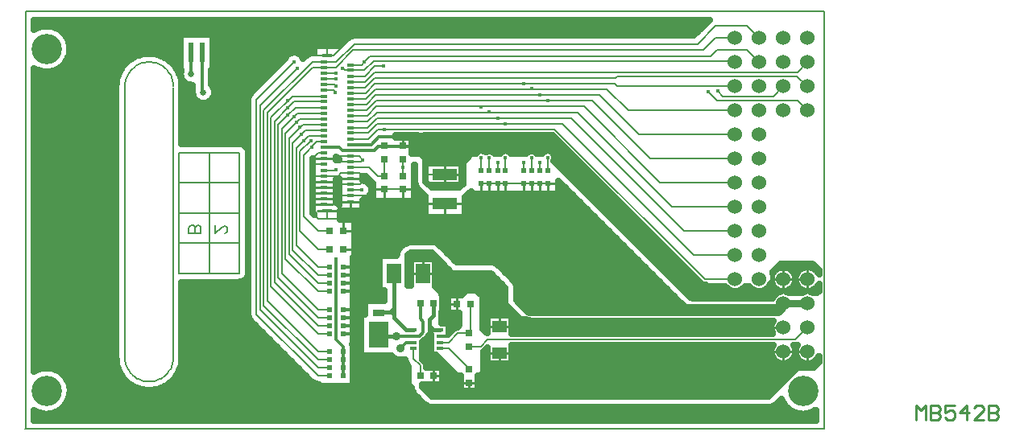
<source format=gbr>
%FSTAX23Y23*%
%MOIN*%
%SFA1B1*%

%IPPOS*%
%ADD10C,0.025000*%
%ADD11C,0.007000*%
%ADD12C,0.012000*%
%ADD13C,0.015000*%
%ADD14C,0.030000*%
%ADD15C,0.010000*%
%ADD16C,0.008000*%
%ADD17C,0.005000*%
%ADD18C,0.060000*%
%ADD19C,0.126000*%
%ADD20C,0.016000*%
%ADD21C,0.035000*%
%ADD22C,0.025000*%
%ADD23R,0.030000X0.030000*%
%ADD24R,0.020000X0.020000*%
%ADD25R,0.059000X0.079000*%
%ADD26R,0.059000X0.079000*%
%ADD27R,0.031000X0.012000*%
%ADD28R,0.020000X0.080000*%
%ADD29R,0.039000X0.016000*%
%ADD30R,0.050000X0.030000*%
%ADD31R,0.079000X0.105000*%
%ADD32R,0.060000X0.050000*%
%ADD33R,0.100000X0.050000*%
%ADD34C,0.050000*%
%ADD35C,0.020000*%
%LNmb542b-1*%
%LPD*%
G54D10*
X00347Y-0098D02*
D01*
X00345Y-00976*
X00343Y-00973*
X00341Y-0097*
X00339Y-00967*
X00337Y-00965*
X00334Y-00962*
X00332Y-0096*
X00329Y-00958*
X00326Y-00956*
X00323Y-00954*
X00319Y-00952*
X00316Y-00951*
X00313Y-0095*
X00309Y-00949*
X00306Y-00949*
X00302Y-00948*
X00299Y-00948*
X00295Y-00949*
X00291Y-00949*
X00288Y-0095*
X00285Y-00951*
X00281Y-00952*
X00278Y-00953*
X00275Y-00955*
X00272Y-00957*
X00269Y-00959*
X00266Y-00961*
X00263Y-00963*
X00261Y-00966*
X00259Y-00969*
X00257Y-00972*
X00255Y-00975*
X00253Y-00978*
X00252Y-00981*
X00251Y-00985*
X0025Y-00988*
X00249Y-00992*
X0025Y-00993*
D01*
X00249Y-00989*
X00248Y-00986*
X00247Y-00982*
X00246Y-00979*
X00244Y-00976*
X00242Y-00973*
X0024Y-0097*
X00238Y-00967*
X00236Y-00964*
X00233Y-00962*
X00231Y-0096*
X00228Y-00958*
X00225Y-00956*
X00222Y-00954*
X00218Y-00953*
X00215Y-00951*
X00212Y-00951*
X00208Y-0095*
X00205Y-00949*
X00201Y-00949*
X00198Y-00949*
X00194Y-00949*
X00191Y-0095*
X00187Y-00951*
X00184Y-00951*
X00181Y-00953*
X00177Y-00954*
X00174Y-00956*
X00171Y-00958*
X00168Y-0096*
X00166Y-00962*
X00163Y-00964*
X00161Y-00967*
X00159Y-0097*
X00157Y-00973*
X00155Y-00976*
X00155Y-00977*
X00307Y-0105D02*
D01*
X0031Y-01049*
X00313Y-01048*
X00317Y-01047*
X0032Y-01046*
X00323Y-01044*
X00326Y-01042*
X00329Y-0104*
X00332Y-01038*
X00335Y-01036*
X00337Y-01033*
X00339Y-01031*
X00341Y-01028*
X00343Y-01025*
X00345Y-01022*
X00347Y-0102*
X0025Y-01007D02*
D01*
X0025Y-0101*
X00251Y-01013*
X00252Y-01017*
X00253Y-0102*
X00255Y-01023*
X00257Y-01026*
X00259Y-01029*
X00261Y-01032*
X00263Y-01035*
X00266Y-01037*
X00268Y-01039*
X00271Y-01041*
X00274Y-01043*
X00277Y-01045*
X00281Y-01046*
X00284Y-01048*
X00287Y-01048*
X00291Y-01049*
X00293Y-0105*
X00207D02*
D01*
X0021Y-01049*
X00213Y-01048*
X00217Y-01047*
X0022Y-01046*
X00223Y-01044*
X00226Y-01042*
X00229Y-0104*
X00232Y-01038*
X00235Y-01036*
X00237Y-01033*
X00239Y-01031*
X00241Y-01028*
X00243Y-01025*
X00245Y-01022*
X00246Y-01018*
X00248Y-01015*
X00248Y-01012*
X00249Y-01008*
X0025Y-01007*
X00151Y-01014D02*
D01*
X00152Y-01017*
X00153Y-0102*
X00154Y-01023*
X00156Y-01026*
X00158Y-01029*
X0016Y-01032*
X00163Y-01035*
X00165Y-01037*
X00168Y-0104*
X00171Y-01042*
X00174Y-01044*
X00177Y-01045*
X0018Y-01047*
X00184Y-01048*
X00187Y-01049*
X00191Y-0105*
X00193Y-0105*
X00059Y-0103D02*
D01*
X00061Y-01032*
X00063Y-01035*
X00066Y-01037*
X00068Y-0104*
X00071Y-01042*
X00074Y-01044*
X00077Y-01045*
X00081Y-01047*
X00084Y-01048*
X00087Y-01049*
X00091Y-0105*
X00094Y-0105*
X00098Y-0105*
X00101Y-0105*
X00105Y-0105*
X00108Y-0105*
X00112Y-01049*
X00115Y-01048*
X00119Y-01047*
X00122Y-01045*
X00125Y-01043*
X00128Y-01042*
X00131Y-01039*
X00134Y-01037*
X00136Y-01035*
X00139Y-01032*
X00141Y-01029*
X00143Y-01026*
X00144Y-01023*
X00146Y-0102*
X00147Y-01018*
X-00142Y-01017D02*
D01*
X-0014Y-01018*
X-00139Y-01019*
X-00138Y-0102*
X-00136Y-01021*
X-00135Y-01021*
X-00133Y-01022*
X-00132Y-01022*
X-0013Y-01023*
X-00128Y-01023*
X-00127Y-01023*
X-00125Y-01024*
X-00125Y-01024*
X-00142Y-01017D02*
D01*
X-0014Y-01018*
X-00139Y-01019*
X-00138Y-0102*
X-00136Y-01021*
X-00135Y-01021*
X-00133Y-01022*
X-00132Y-01022*
X-0013Y-01023*
X-00128Y-01023*
X-00127Y-01023*
X-00125Y-01024*
X-00125Y-01024*
X-00041Y-0103D02*
D01*
X-00038Y-01032*
X-00036Y-01035*
X-00033Y-01037*
X-00031Y-0104*
X-00028Y-01042*
X-00025Y-01044*
X-00022Y-01045*
X-00018Y-01047*
X-00015Y-01048*
X-00012Y-01049*
X-00008Y-0105*
X-00005Y-0105*
X-00001Y-0105*
X00001Y-0105*
X00005Y-0105*
X00008Y-0105*
X00012Y-01049*
X00015Y-01048*
X00019Y-01047*
X00022Y-01045*
X00025Y-01043*
X00028Y-01042*
X00031Y-01039*
X00034Y-01037*
X00036Y-01035*
X00039Y-01032*
X00041Y-0103*
X00323Y-01055D02*
D01*
X00319Y-01053*
X00316Y-01052*
X00313Y-01051*
X00309Y-0105*
X00307Y-0105*
X00293D02*
D01*
X00289Y-0105*
X00286Y-01051*
X00282Y-01052*
X00279Y-01053*
X00277Y-01055*
X00223D02*
D01*
X00219Y-01053*
X00216Y-01052*
X00213Y-01051*
X00209Y-0105*
X00207Y-0105*
X00193D02*
D01*
X00189Y-0105*
X00186Y-01051*
X00182Y-01052*
X00179Y-01053*
X00176Y-01055*
X00173Y-01057*
X0017Y-01059*
X00167Y-01061*
X00164Y-01063*
X00162Y-01066*
X0016Y-01068*
X00158Y-01071*
X00156Y-01074*
X00154Y-01077*
X00154Y-01079*
X-00175D02*
D01*
X-00177Y-01077*
X-0018Y-01077*
X-00175Y-01079D02*
D01*
X-00177Y-01077*
X-0018Y-01077*
X-00175Y-01079D02*
D01*
X-00177Y-01077*
X-0018Y-01077*
X-00175Y-01079D02*
D01*
X-00177Y-01077*
X-0018Y-01077*
X-00175Y-01079D02*
D01*
X-00177Y-01077*
X-0018Y-01077*
X-00175Y-01079D02*
D01*
X-00177Y-01077*
X-0018Y-01077*
X-00175Y-01079D02*
D01*
X-00177Y-01077*
X-0018Y-01077*
X-00175Y-01079D02*
D01*
X-00177Y-01077*
X-0018Y-01077*
X-00175Y-01079D02*
D01*
X-00177Y-01077*
X-0018Y-01077*
X-00175Y-01079D02*
D01*
X-00177Y-01077*
X-0018Y-01077*
X-00175Y-01079D02*
D01*
X-00177Y-01077*
X-0018Y-01076*
X-00184Y-01076*
X-00175Y-01079D02*
D01*
X-00177Y-01077*
X-0018Y-01076*
X-00184Y-01076*
X-0018Y-01077D02*
D01*
X-00183Y-01076*
X-00184Y-01076*
X-0018Y-01077D02*
D01*
X-00183Y-01076*
X-00184Y-01076*
X-0018Y-01077D02*
D01*
X-00183Y-01076*
X-00184Y-01076*
X-00175Y-01079D02*
D01*
X-00177Y-01077*
X-0018Y-01076*
X-00184Y-01076*
X-00175Y-01079D02*
D01*
X-00177Y-01077*
X-0018Y-01076*
X-00184Y-01076*
X-00175Y-01079D02*
D01*
X-00177Y-01077*
X-0018Y-01076*
X-00184Y-01076*
X-00175Y-01079D02*
D01*
X-00177Y-01077*
X-0018Y-01076*
X-00184Y-01076*
X-0018Y-01077D02*
D01*
X-00183Y-01076*
X-00184Y-01076*
X-0018Y-01077D02*
D01*
X-00183Y-01076*
X-00184Y-01076*
X-0018Y-01077D02*
D01*
X-00183Y-01076*
X-00184Y-01076*
X-0018Y-01077D02*
D01*
X-00183Y-01076*
X-00184Y-01076*
X-0018Y-01077D02*
D01*
X-00183Y-01076*
X-00184Y-01076*
X-0018Y-01077D02*
D01*
X-00183Y-01076*
X-00184Y-01076*
X-0018Y-01077D02*
D01*
X-00183Y-01076*
X-00184Y-01076*
X-00819Y-0048D02*
D01*
X-0082Y-00478*
X-00821Y-00476*
X-00823Y-00475*
X-00824Y-00474*
X-00826Y-00473*
X-00827Y-00472*
X-00829Y-00471*
X-00831Y-0047*
X-00833Y-00469*
X-00835Y-00469*
X-00837Y-00468*
X-00839Y-00468*
X-00841Y-00468*
X-00843Y-00468*
X-00845Y-00468*
X-00847Y-00468*
X-00849Y-00469*
X-00851Y-00469*
X-00852Y-0047*
X-00854Y-00471*
X-00856Y-00472*
X-00858Y-00473*
X-00859Y-00474*
X-00861Y-00475*
X-00862Y-00477*
X-00864Y-00478*
X-00865Y-0048*
X-00747Y-00495D02*
D01*
X-00747Y-00492*
X-00747Y-0049*
X-00747Y-00488*
X-00748Y-00487*
X-00748Y-00485*
X-00749Y-00483*
X-0075Y-00481*
X-00751Y-00479*
X-00752Y-00477*
X-00753Y-00476*
X-00755Y-00474*
X-00756Y-00473*
X-00758Y-00472*
X-00759Y-0047*
X-00761Y-00469*
X-00763Y-00468*
X-00765Y-00468*
X-00767Y-00467*
X-00768Y-00466*
X-0077Y-00466*
X-00772Y-00466*
X-00774Y-00466*
X-00777*
X-00779Y-00466*
X-00781Y-00466*
X-00783Y-00466*
X-00784Y-00467*
X-00786Y-00468*
X-00788Y-00468*
X-0079Y-00469*
X-00792Y-0047*
X-00793Y-00472*
X-00795Y-00473*
X-00796Y-00474*
X-00798Y-00476*
X-00799Y-00477*
X-00799Y-0048*
X-0075Y-0051D02*
D01*
X-00749Y-00508*
X-00748Y-00506*
X-00747Y-00504*
X-00746Y-00502*
X-00746Y-005*
X-00746Y-00498*
X-00745Y-00496*
X-00747Y-00495*
X-00926Y-0048D02*
D01*
X-00927Y-00478*
X-00928Y-00476*
X-00929Y-00475*
X-00931Y-00473*
X-00932Y-00472*
X-00934Y-00471*
X-00935Y-0047*
X-00937Y-00469*
X-00939Y-00468*
X-00941Y-00468*
X-00943Y-00467*
X-00945Y-00467*
X-00947Y-00466*
X-00949Y-00466*
X-0095*
X-00952Y-00466*
X-00954Y-00467*
X-00956Y-00467*
X-00958Y-00468*
X-0096Y-00468*
X-00962Y-00469*
X-00964Y-0047*
X-00965Y-00471*
X-00967Y-00472*
X-00968Y-00473*
X-0097Y-00475*
X-00971Y-00476*
X-00972Y-00478*
X-00974Y-0048*
X-00994D02*
D01*
X-00995Y-00478*
X-00996Y-00476*
X-00998Y-00475*
X-00999Y-00474*
X-01001Y-00473*
X-01002Y-00472*
X-01004Y-00471*
X-01006Y-0047*
X-01008Y-00469*
X-0101Y-00469*
X-01012Y-00468*
X-01014Y-00468*
X-01016Y-00468*
X-01018Y-00468*
X-0102Y-00468*
X-01022Y-00468*
X-01024Y-00469*
X-01026Y-00469*
X-01027Y-0047*
X-01029Y-00471*
X-01031Y-00472*
X-01032Y-00473*
D01*
X-01033Y-00471*
X-01035Y-0047*
X-01036Y-00469*
X-01038Y-00468*
X-0104Y-00468*
X-01042Y-00467*
X-01044Y-00467*
X-01046Y-00466*
X-01048Y-00466*
X-0105Y-00466*
X-01052Y-00466*
X-01054Y-00466*
X-01056Y-00467*
X-01058Y-00467*
X-0106Y-00468*
X-01061Y-00469*
X-01063Y-0047*
X-01065Y-00471*
X-01066Y-00472*
X-01068Y-00473*
X-01069Y-00474*
X-01071Y-00476*
X-01072Y-00477*
X-01073Y-00479*
X-01074Y-0048*
X-01318Y-00402D02*
D01*
X-01316Y-00403*
X-01314Y-00404*
X-01313Y-00405*
X-01311Y-00406*
X-01309Y-00406*
X-01307Y-00407*
X-01305Y-00407*
X-01303Y-00408*
X-01301Y-00408*
X-01299Y-00408*
X-01297Y-00408*
X-01295Y-00408*
X-01293Y-00407*
X-01291Y-00407*
X-01289Y-00406*
X-01288Y-00405*
X-01286Y-00404*
X-01284Y-00403*
X-01283Y-00402*
X-01282Y-00402*
X00159Y-01171D02*
D01*
X00157Y-01173*
X00155Y-01176*
X00153Y-0118*
X00152Y-01183*
X00151Y-01186*
X0015Y-0119*
X00149Y-01193*
X00149Y-01197*
X00149Y-012*
X00149Y-01204*
X00149Y-01207*
X0015Y-01211*
X00151Y-01214*
X00152Y-01218*
X00153Y-01221*
X00155Y-01224*
X00156Y-01226*
X-00872Y-01165D02*
D01*
X-00869Y-01166*
X-00866Y-01167*
X-00863Y-01168*
X-0086Y-01169*
X-00856Y-0117*
X-00853Y-0117*
X-0085Y-0117*
X-0085Y-01171*
X-00872Y-01165D02*
D01*
X-00869Y-01166*
X-00866Y-01167*
X-00863Y-01168*
X-0086Y-01169*
X-00856Y-0117*
X-00853Y-0117*
X-0085Y-0117*
X-0085Y-01171*
X-01149Y-01199D02*
D01*
X-0115Y-01199*
X-01152Y-01199*
X-01153Y-01199*
X-01155Y-012*
X-01157Y-012*
X-01158Y-01201*
X-0116Y-01202*
X-01161Y-01203*
X-01162Y-01204*
X-01164Y-01205*
X-01164Y-01206*
X-01149Y-01199D02*
D01*
X-0115Y-01199*
X-01152Y-01199*
X-01153Y-01199*
X-01155Y-012*
X-01157Y-012*
X-01158Y-01201*
X-0116Y-01202*
X-01161Y-01203*
X-01162Y-01204*
X-01164Y-01205*
X-01164Y-01206*
X-01212Y-01183D02*
D01*
X-01213Y-01182*
X-01215Y-01182*
X0025Y-01274D02*
D01*
X00251Y-01273*
X00253Y-01273*
X00254Y-01273*
X00256Y-01273*
X00258Y-01273*
X0025Y-01274D02*
D01*
X00251Y-01273*
X00253Y-01273*
X00254Y-01273*
X00256Y-01273*
X00258Y-01273*
D01*
X00256Y-01275*
X00254Y-01279*
X00253Y-01282*
X00252Y-01285*
X00251Y-01288*
X0025Y-01292*
X0025Y-01293*
D01*
X00249Y-01289*
X00248Y-01286*
X00247Y-01282*
X00246Y-01279*
X00244Y-01276*
X00243Y-01274*
X0025Y-01307D02*
D01*
X0025Y-0131*
X00251Y-01313*
X00252Y-01317*
X00253Y-0132*
X00255Y-01323*
X00257Y-01326*
X00259Y-01329*
X00261Y-01332*
X00263Y-01335*
X00266Y-01337*
X00268Y-01339*
X00271Y-01341*
X00274Y-01343*
X00277Y-01345*
X00281Y-01346*
X00284Y-01348*
X00287Y-01348*
X00291Y-01349*
X00294Y-0135*
X00298Y-0135*
X00301Y-0135*
X00305Y-0135*
X00308Y-01349*
X00312Y-01348*
X00315Y-01348*
X00318Y-01346*
X00322Y-01345*
X00325Y-01343*
X00328Y-01341*
X00331Y-01339*
X00333Y-01337*
X00336Y-01335*
X00338Y-01332*
X0034Y-01329*
X00342Y-01326*
X00344Y-01323*
X00346Y-0132*
X00347Y-0132*
X00157Y-01274D02*
D01*
X00155Y-01277*
X00153Y-0128*
X00152Y-01283*
X00151Y-01286*
X0015Y-0129*
X0015Y-01293*
X00149Y-01297*
X00149Y-013*
X00149Y-01304*
X0015Y-01307*
X00151Y-01311*
X00151Y-01314*
X00153Y-01317*
X00154Y-01321*
X00155Y-01324*
X00157Y-01327*
X00159Y-0133*
X00161Y-01332*
X00164Y-01335*
X00166Y-01337*
X00169Y-0134*
X00172Y-01342*
X00175Y-01343*
X00178Y-01345*
X00181Y-01346*
X00185Y-01348*
X00188Y-01348*
X00192Y-01349*
X00195Y-0135*
X00198Y-0135*
X00202Y-0135*
X00205Y-01349*
X00209Y-01349*
X00212Y-01348*
X00216Y-01347*
X00219Y-01346*
X00222Y-01344*
X00225Y-01343*
X00228Y-01341*
X00231Y-01339*
X00234Y-01336*
X00236Y-01334*
X00238Y-01331*
X00241Y-01328*
X00243Y-01325*
X00244Y-01322*
X00246Y-01319*
X00247Y-01316*
X00248Y-01313*
X00249Y-01309*
X0025Y-01307*
X-0104Y-01298D02*
D01*
X-01038Y-01297*
X-01037Y-01295*
X-01036Y-01294*
X-01036Y-01294*
X-0104Y-01298D02*
D01*
X-01038Y-01297*
X-01037Y-01295*
X-01036Y-01294*
X-01036Y-01294*
X-01271Y-01239D02*
D01*
X-01269Y-01237*
X-01268Y-01236*
X-01267Y-01234*
X-01266Y-01233*
X-01265Y-01231*
X-01266Y-0123*
X-01271Y-01239D02*
D01*
X-01269Y-01237*
X-01268Y-01236*
X-01267Y-01234*
X-01266Y-01233*
X-01265Y-01231*
X-01266Y-0123*
X-01295Y-01259D02*
D01*
X-01293Y-01258*
X-01291Y-01257*
X-0129Y-01256*
X-01288Y-01255*
X-01287Y-01254*
X-01286Y-01254*
X-01295Y-01259D02*
D01*
X-01293Y-01258*
X-01291Y-01257*
X-0129Y-01256*
X-01288Y-01255*
X-01287Y-01254*
X-01286Y-01254*
X-01278Y-01357D02*
D01*
X-01278Y-01355*
X-01278Y-01353*
X-01278Y-01352*
X-01278Y-0135*
X-01279Y-01348*
X-0128Y-01347*
X-0128Y-01345*
X-01281Y-01344*
X-01282Y-01342*
X-01283Y-01341*
X-01284Y-0134*
X-01286Y-01341*
X-01278Y-01357D02*
D01*
X-01278Y-01355*
X-01278Y-01353*
X-01278Y-01352*
X-01278Y-0135*
X-01279Y-01348*
X-0128Y-01347*
X-0128Y-01345*
X-01281Y-01344*
X-01282Y-01342*
X-01283Y-01341*
X-01284Y-0134*
X-01286Y-01341*
X-02901Y-01543D02*
D01*
X-02895Y-01546*
X-02889Y-01549*
X-02883Y-01552*
X-02876Y-01554*
X-0287Y-01555*
X-02863Y-01557*
X-02857Y-01558*
X-0285Y-01558*
X-02844Y-01558*
X-02837Y-01557*
X-0283Y-01556*
X-02824Y-01555*
X-02817Y-01553*
X-02811Y-0155*
X-02805Y-01548*
X-02799Y-01544*
X-02794Y-01541*
X-02788Y-01537*
X-02783Y-01532*
X-02779Y-01528*
X-02774Y-01523*
X-0277Y-01517*
X-02767Y-01512*
X-02764Y-01506*
X-02761Y-015*
X-02758Y-01494*
X-02756Y-01487*
X-02755Y-01481*
X-02754Y-01474*
X-02753Y-01468*
X-02753Y-01463*
X-02901Y-01543D02*
D01*
X-02895Y-01546*
X-02889Y-01549*
X-02883Y-01552*
X-02876Y-01554*
X-0287Y-01555*
X-02863Y-01557*
X-02857Y-01558*
X-0285Y-01558*
X-02844Y-01558*
X-02837Y-01557*
X-0283Y-01556*
X-02824Y-01555*
X-02817Y-01553*
X-02811Y-0155*
X-02805Y-01548*
X-02799Y-01544*
X-02794Y-01541*
X-02788Y-01537*
X-02783Y-01532*
X-02779Y-01528*
X-02774Y-01523*
X-0277Y-01517*
X-02767Y-01512*
X-02764Y-01506*
X-02761Y-015*
X-02758Y-01494*
X-02756Y-01487*
X-02755Y-01481*
X-02754Y-01474*
X-02753Y-01468*
X-02753Y-01463*
D01*
X-02753Y-01456*
X-02753Y-01449*
X-02755Y-01443*
X-02756Y-01436*
X-02758Y-0143*
X-02761Y-01424*
X-02764Y-01418*
X-02767Y-01412*
X-02771Y-01407*
X-02775Y-01401*
X-02779Y-01397*
X-02784Y-01392*
X-02789Y-01388*
X-02794Y-01384*
X-028Y-0138*
X-02806Y-01377*
X-02812Y-01374*
X-02818Y-01372*
X-02825Y-0137*
X-02831Y-01369*
X-02838Y-01368*
X-02844Y-01368*
X-02851*
X-02857Y-01368*
X-02864Y-01369*
X-0287Y-0137*
X-02877Y-01372*
X-02883Y-01374*
X-02889Y-01377*
X-02895Y-0138*
X-02901Y-01382*
X-02753Y-01463D02*
D01*
X-02753Y-01456*
X-02753Y-01449*
X-02755Y-01443*
X-02756Y-01436*
X-02758Y-0143*
X-02761Y-01424*
X-02764Y-01418*
X-02767Y-01412*
X-02771Y-01407*
X-02775Y-01401*
X-02779Y-01397*
X-02784Y-01392*
X-02789Y-01388*
X-02794Y-01384*
X-028Y-0138*
X-02806Y-01377*
X-02812Y-01374*
X-02818Y-01372*
X-02825Y-0137*
X-02831Y-01369*
X-02838Y-01368*
X-02844Y-01368*
X-02851*
X-02857Y-01368*
X-02864Y-01369*
X-0287Y-0137*
X-02877Y-01372*
X-02883Y-01374*
X-02889Y-01377*
X-02895Y-0138*
X-02901Y-01382*
X-0256Y-01325D02*
D01*
X-02559Y-01334*
X-02558Y-01343*
X-02557Y-01353*
X-02554Y-01362*
X-02551Y-01371*
X-02548Y-01379*
X-02544Y-01388*
X-02539Y-01396*
X-02534Y-01404*
X-02528Y-01411*
X-02522Y-01418*
X-02515Y-01425*
X-02508Y-01431*
X-025Y-01436*
X-02492Y-01441*
X-02484Y-01446*
X-02475Y-0145*
X-02466Y-01453*
X-02457Y-01455*
X-02448Y-01457*
X-02439Y-01459*
X-02429Y-01459*
X-0242*
X-0241Y-01459*
X-02401Y-01457*
X-02392Y-01455*
X-02383Y-01453*
X-02374Y-0145*
X-02365Y-01446*
X-02357Y-01441*
X-02349Y-01436*
X-02341Y-01431*
X-02334Y-01425*
X-02327Y-01418*
X-02321Y-01411*
X-02315Y-01404*
X-0231Y-01396*
X-02305Y-01388*
X-02301Y-01379*
X-02298Y-01371*
X-02295Y-01362*
X-02292Y-01353*
X-02291Y-01343*
X-0229Y-01334*
X-0229Y-01325*
X-02016Y-01145D02*
D01*
X-02015Y-01147*
X-02015Y-0115*
X-02015Y-01152*
X-02014Y-01154*
X-02013Y-01157*
X-02012Y-01159*
X-02011Y-01161*
X-0201Y-01164*
X-02009Y-01166*
X-02007Y-01168*
X-02005Y-0117*
X-02005Y-01171*
X-02016Y-01145D02*
D01*
X-02015Y-01147*
X-02015Y-0115*
X-02015Y-01152*
X-02014Y-01154*
X-02013Y-01157*
X-02012Y-01159*
X-02011Y-01161*
X-0201Y-01164*
X-02009Y-01166*
X-02007Y-01168*
X-02005Y-0117*
X-02005Y-0117*
X-0205Y-01011D02*
D01*
X-02047Y-0101*
X-02044Y-0101*
X-02042Y-0101*
X-0204Y-01009*
X-02037Y-01008*
X-02035Y-01007*
X-02033Y-01006*
X-0203Y-01005*
X-02028Y-01004*
X-02026Y-01002*
X-02024Y-01*
X-02023Y-00999*
X-02021Y-00997*
X-0202Y-00995*
X-02018Y-00993*
X-02017Y-0099*
X-02016Y-00988*
X-02016Y-00987*
X-0205Y-01011D02*
D01*
X-02047Y-0101*
X-02044Y-0101*
X-02042Y-0101*
X-0204Y-01009*
X-02037Y-01008*
X-02035Y-01007*
X-02033Y-01006*
X-0203Y-01005*
X-02028Y-01004*
X-02026Y-01002*
X-02024Y-01*
X-02023Y-00999*
X-02021Y-00997*
X-0202Y-00995*
X-02018Y-00993*
X-02017Y-0099*
X-02016Y-00988*
X-02016Y-00987*
X-01751Y-01425D02*
D01*
X-01749Y-01426*
X-01747Y-01428*
X-01745Y-01429*
X-01743Y-01431*
X-0174Y-01432*
X-01738Y-01433*
X-01736Y-01434*
X-01733Y-01434*
X-01731Y-01435*
X-01728Y-01435*
X-01726Y-01436*
X-01725Y-01436*
X-0175Y-01425D02*
D01*
X-01748Y-01426*
X-01746Y-01428*
X-01744Y-01429*
X-01742Y-0143*
X-01739Y-01432*
X-01737Y-01433*
X-01735Y-01433*
X-01732Y-01434*
X-0173Y-01434*
X-01728Y-01435*
X-01725Y-01435*
X-01725Y-01436*
X-02016Y-00463D02*
D01*
X-02016Y-0046*
X-02018Y-00458*
X-02019Y-00456*
X-0202Y-00454*
X-02022Y-00452*
X-02023Y-0045*
X-02025Y-00448*
X-02027Y-00446*
X-02029Y-00445*
X-02031Y-00443*
X-02033Y-00442*
X-02036Y-00441*
X-02038Y-0044*
X-0204Y-0044*
X-02043Y-00439*
X-02045Y-00439*
X-02048Y-00438*
X-0205Y-00439*
X-02016Y-00463D02*
D01*
X-02016Y-0046*
X-02018Y-00458*
X-02019Y-00456*
X-0202Y-00454*
X-02022Y-00452*
X-02023Y-0045*
X-02025Y-00448*
X-02027Y-00446*
X-02029Y-00445*
X-02031Y-00443*
X-02033Y-00442*
X-02036Y-00441*
X-02038Y-0044*
X-0204Y-0044*
X-02043Y-00439*
X-02045Y-00439*
X-02048Y-00438*
X-0205Y-00439*
X-02245Y-00218D02*
D01*
X-02245Y-00221*
X-02245Y-00224*
X-02245Y-00227*
X-02245Y-0023*
X-02244Y-00233*
X-02243Y-00236*
X-02243Y-00239*
X-02241Y-00242*
X-0224Y-00245*
X-02238Y-00248*
X-02237Y-00251*
X-02235Y-00253*
X-02233Y-00256*
X-0223Y-00258*
X-02228Y-0026*
X-02226Y-00262*
X-02223Y-00264*
X-0222Y-00265*
X-02217Y-00266*
X-02214Y-00268*
X-02211Y-00269*
X-02208Y-00269*
X-02205Y-0027*
X-02202Y-0027*
X-02199Y-0027*
X-02195Y-0027*
X-02192Y-00269*
X-02189Y-00269*
X-02186Y-00268*
X-02183Y-00267*
X-0218Y-00266*
X-02177Y-00264*
X-02175Y-00263*
X-02172Y-00261*
X-0217Y-00259*
X-02167Y-00257*
X-02165Y-00254*
X-02163Y-00252*
X-02161Y-00249*
X-0216Y-00246*
X-02158Y-00244*
X-02157Y-00241*
X-02156Y-00238*
X-02155Y-00235*
X-02155Y-00231*
X-02154Y-00228*
X-02154Y-00225*
X-02155Y-00225*
D01*
X-02155Y-00221*
X-02155Y-00218*
X-02155Y-00215*
X-02156Y-00212*
X-02157Y-00209*
X-02158Y-00206*
X-0216Y-00203*
X-02161Y-00201*
X-02163Y-00198*
X-02165Y-00196*
X-02167Y-00193*
X-02168Y-00194*
X-02005Y-0023D02*
D01*
X-02006Y-00231*
X-02008Y-00233*
X-02009Y-00235*
X-0201Y-00237*
X-02012Y-0024*
X-02013Y-00242*
X-02013Y-00244*
X-02014Y-00247*
X-02014Y-00249*
X-02015Y-00251*
X-02015Y-00254*
X-02016Y-00255*
X-02005Y-00229D02*
D01*
X-02006Y-0023*
X-02008Y-00232*
X-02009Y-00234*
X-02011Y-00236*
X-02012Y-00239*
X-02013Y-00241*
X-02014Y-00243*
X-02014Y-00246*
X-02015Y-00248*
X-02015Y-00251*
X-02016Y-00253*
X-02016Y-00255*
X-02901Y-00125D02*
D01*
X-02895Y-00128*
X-02889Y-00131*
X-02883Y-00134*
X-02876Y-00136*
X-0287Y-00137*
X-02863Y-00139*
X-02857Y-0014*
X-0285Y-0014*
X-02844Y-0014*
X-02837Y-00139*
X-0283Y-00138*
X-02824Y-00137*
X-02817Y-00135*
X-02811Y-00132*
X-02805Y-0013*
X-02799Y-00126*
X-02794Y-00123*
X-02788Y-00119*
X-02783Y-00114*
X-02779Y-0011*
X-02774Y-00105*
X-0277Y-00099*
X-02767Y-00094*
X-02764Y-00088*
X-02761Y-00082*
X-02758Y-00076*
X-02756Y-00069*
X-02755Y-00063*
X-02754Y-00056*
X-02753Y-0005*
X-02753Y-00045*
X-0229Y-002D02*
D01*
X-0229Y-0019*
X-02291Y-00181*
X-02292Y-00171*
X-02295Y-00162*
X-02298Y-00153*
X-02301Y-00145*
X-02305Y-00136*
X-0231Y-00128*
X-02315Y-0012*
X-02321Y-00113*
X-02327Y-00106*
X-02334Y-00099*
X-02341Y-00093*
X-02349Y-00088*
X-02357Y-00083*
X-02365Y-00078*
X-02374Y-00074*
X-02383Y-00071*
X-02392Y-00069*
X-02401Y-00067*
X-0241Y-00065*
X-0242Y-00065*
X-02429*
X-02439Y-00065*
X-02448Y-00067*
X-02457Y-00069*
X-02466Y-00071*
X-02475Y-00074*
X-02484Y-00078*
X-02492Y-00083*
X-025Y-00088*
X-02508Y-00093*
X-02515Y-00099*
X-02522Y-00106*
X-02528Y-00113*
X-02534Y-0012*
X-02539Y-00128*
X-02544Y-00136*
X-02548Y-00145*
X-02551Y-00153*
X-02554Y-00162*
X-02557Y-00171*
X-02558Y-00181*
X-02559Y-0019*
X-0256Y-002*
X-02753Y-00045D02*
D01*
X-02753Y-00038*
X-02753Y-00031*
X-02755Y-00025*
X-02756Y-00018*
X-02758Y-00012*
X-02761Y-00006*
X-02764Y0*
X-02767Y00005*
X-02771Y0001*
X-02775Y00016*
X-02779Y0002*
X-02784Y00025*
X-02789Y00029*
X-02794Y00033*
X-028Y00037*
X-02806Y0004*
X-02812Y00043*
X-02818Y00045*
X-02825Y00047*
X-02831Y00048*
X-02838Y00049*
X-02844Y00049*
X-02851*
X-02857Y00049*
X-02864Y00048*
X-0287Y00047*
X-02877Y00045*
X-02883Y00043*
X-02889Y0004*
X-02895Y00037*
X-02901Y00035*
X-02292Y-00133D02*
D01*
X-02293Y-00135*
X-02293Y-00139*
X-02294Y-00142*
X-02295Y-00145*
X-02295Y-00148*
X-02295Y-00151*
X-02295Y-00154*
X-02294Y-00157*
X-02293Y-0016*
X-02293Y-00163*
X-02292Y-00166*
X-0229Y-00169*
X-02289Y-00172*
X-02287Y-00175*
X-02285Y-00177*
X-02283Y-0018*
X-02281Y-00182*
X-02279Y-00184*
X-02276Y-00186*
X-02274Y-00188*
X-02271Y-00189*
X-02268Y-00191*
X-02265Y-00192*
X-02262Y-00193*
X-02259Y-00194*
X-02256Y-00194*
X-02253Y-00195*
X-0225Y-00195*
X-02246Y-00195*
X-02245Y-00195*
X-01652Y-00585D02*
D01*
X-01649Y-00585*
X-01646Y-00584*
X-01643Y-00584*
X-0164Y-00584*
X-01638Y-00584*
X-01787Y-00086D02*
D01*
X-01788Y-00083*
X-01789Y-0008*
X-0179Y-00078*
X-01792Y-00076*
X-01794Y-00073*
X-01795Y-00071*
X-01798Y-00069*
X-018Y-00067*
X-01802Y-00066*
X-01804Y-00064*
X-01807Y-00063*
X-01809Y-00062*
X-01812Y-00061*
X-01815Y-0006*
X-01818Y-0006*
X-0182Y-00059*
X-01823Y-00059*
X-01826Y-00059*
X-01829Y-00059*
X-01832Y-0006*
X-01834Y-0006*
X-01837Y-00061*
X-0184Y-00062*
X-01842Y-00063*
X-01845Y-00065*
X-01847Y-00066*
X-0185Y-00068*
X-01852Y-0007*
X-01854Y-00071*
X-01856Y-00074*
X-01857Y-00076*
X-01859Y-00078*
X-0186Y-00081*
X-01862Y-00083*
X-01863Y-00086*
X-01864Y-00088*
X-01749Y-00063D02*
D01*
X-01751Y-00063*
X-01754Y-00063*
X-01756Y-00063*
X-01758Y-00064*
X-01761Y-00065*
X-01763Y-00066*
X-01765Y-00067*
X-01768Y-00068*
X-0177Y-00069*
X-01772Y-00071*
X-01774Y-00073*
X-01749Y-00063D02*
D01*
X-01751Y-00063*
X-01754Y-00063*
X-01756Y-00063*
X-01758Y-00064*
X-01761Y-00065*
X-01763Y-00066*
X-01765Y-00067*
X-01768Y-00068*
X-0177Y-00069*
X-01772Y-00071*
X-01774Y-00073*
X-01638Y-00506D02*
D01*
X-0164Y-00505*
X-01643Y-00504*
X-01646Y-00504*
X-01649Y-00504*
X-01652Y-00505*
X-01651Y-00494D02*
D01*
X-01648Y-00495*
X-01646Y-00497*
X-01644Y-00498*
X-01641Y-005*
X-01639Y-00501*
X-01638Y-00501*
X-01651Y-00494D02*
D01*
X-01648Y-00495*
X-01646Y-00497*
X-01644Y-00498*
X-01641Y-005*
X-01639Y-00501*
X-01638Y-00501*
X-01576Y00011D02*
D01*
X-01578Y0001*
X-01581Y0001*
X-01583Y0001*
X-01585Y00009*
X-01588Y00008*
X-0159Y00007*
X-01592Y00006*
X-01595Y00005*
X-01597Y00004*
X-01599Y00002*
X-01601Y0*
X-01602Y0*
X-01576Y00011D02*
D01*
X-01578Y0001*
X-01581Y0001*
X-01583Y0001*
X-01585Y00009*
X-01588Y00008*
X-0159Y00007*
X-01592Y00006*
X-01595Y00005*
X-01597Y00004*
X-01599Y00002*
X-01601Y0*
X-01602Y0*
X-01287Y-01517D02*
D01*
X-01284Y-01519*
X-01282Y-01521*
X-01279Y-01522*
X-01276Y-01524*
X-01274Y-01526*
X-01271Y-01527*
X-01268Y-01528*
X-01265Y-01529*
X-01262Y-01529*
X-01258Y-0153*
X-01255Y-0153*
X-01255Y-0153*
X-01287Y-01517D02*
D01*
X-01284Y-01519*
X-01282Y-01521*
X-01279Y-01522*
X-01276Y-01524*
X-01274Y-01526*
X-01271Y-01527*
X-01268Y-01528*
X-01265Y-01529*
X-01262Y-01529*
X-01258Y-0153*
X-01255Y-0153*
X-01255Y-0153*
X-0134Y-01447D02*
D01*
X-01339Y-0145*
X-01339Y-01453*
X-01338Y-01456*
X-01337Y-01459*
X-01336Y-01462*
X-01335Y-01465*
X-01333Y-01467*
X-01332Y-0147*
X-0133Y-01473*
X-01328Y-01475*
X-01327Y-01477*
X-0134Y-01447D02*
D01*
X-01339Y-0145*
X-01339Y-01453*
X-01338Y-01456*
X-01337Y-01459*
X-01336Y-01462*
X-01335Y-01465*
X-01333Y-01467*
X-01332Y-0147*
X-0133Y-01473*
X-01328Y-01475*
X-01327Y-01477*
X-01367Y-01332D02*
D01*
X-01366Y-01334*
X-01366Y-01336*
X-01365Y-01339*
X-01364Y-01341*
X-01363Y-01344*
X-01362Y-01346*
X-01361Y-01348*
X-01359Y-0135*
X-01358Y-01352*
X-01357Y-01354*
X-01367Y-01332D02*
D01*
X-01366Y-01334*
X-01366Y-01336*
X-01365Y-01339*
X-01364Y-01341*
X-01363Y-01344*
X-01362Y-01346*
X-01361Y-01348*
X-01359Y-0135*
X-01358Y-01352*
X-01357Y-01354*
X-01425Y-01315D02*
D01*
X-01422Y-01317*
X-0142Y-0132*
X-01417Y-01322*
X-01415Y-01324*
X-01412Y-01326*
X-01409Y-01328*
X-01406Y-0133*
X-01403Y-01331*
X-01399Y-01332*
X-01396Y-01333*
X-01392Y-01334*
X-01389Y-01334*
X-01385Y-01334*
X-01382Y-01334*
X-01379Y-01334*
X-01375Y-01334*
X-01372Y-01333*
X-01368Y-01332*
X-01367Y-01332*
X-00851Y-01125D02*
D01*
X-00853Y-01123*
X-00856Y-01122*
X-00859Y-01121*
X-00862Y-0112*
X-00865Y-0112*
X-00869Y-01119*
X-00871Y-0112*
X-00851Y-01125D02*
D01*
X-00853Y-01123*
X-00856Y-01122*
X-00859Y-01121*
X-00862Y-0112*
X-00865Y-0112*
X-00869Y-01119*
X-00871Y-0112*
X-00851Y-01125D02*
D01*
X-00853Y-01123*
X-00856Y-01122*
X-00859Y-01121*
X-00862Y-0112*
X-00865Y-0112*
X-00869Y-01119*
X-00871Y-0112*
X0014Y-0153D02*
D01*
X00143Y-01529*
X00146Y-01529*
X00149Y-01529*
X00152Y-01528*
X00155Y-01527*
X00158Y-01526*
X00161Y-01524*
X00163Y-01523*
X00166Y-01521*
X00168Y-01519*
X00171Y-01517*
X00172Y-01517*
X0014Y-0153D02*
D01*
X00143Y-01529*
X00146Y-01529*
X00149Y-01529*
X00152Y-01528*
X00155Y-01527*
X00158Y-01526*
X00161Y-01524*
X00163Y-01523*
X00166Y-01521*
X00168Y-01519*
X00171Y-01517*
X00172Y-01517*
X00192Y-01497D02*
D01*
X00194Y-01503*
X00197Y-01509*
X00201Y-01514*
X00204Y-0152*
X00208Y-01525*
X00213Y-0153*
X00218Y-01534*
X00223Y-01538*
X00228Y-01542*
X00234Y-01546*
X0024Y-01549*
X00246Y-01551*
X00252Y-01554*
X00259Y-01555*
X00265Y-01557*
X00272Y-01557*
X00279Y-01558*
X00285Y-01558*
X00292Y-01557*
X00299Y-01556*
X00305Y-01555*
X00311Y-01553*
X00318Y-0155*
X00324Y-01547*
X00329Y-01544*
X00335Y-01542*
X-00194Y-0112D02*
D01*
X-00191Y-01121*
X-00188Y-01122*
X-00185Y-01123*
X-00181Y-01123*
X-00178Y-01124*
X-00175Y-01124*
X-00175Y-01125*
X-00194Y-0112D02*
D01*
X-00191Y-01121*
X-00188Y-01122*
X-00185Y-01123*
X-00181Y-01123*
X-00178Y-01124*
X-00175Y-01124*
X-00175Y-01125*
X-00194Y-0112D02*
D01*
X-00191Y-01121*
X-00188Y-01122*
X-00185Y-01123*
X-00181Y-01123*
X-00178Y-01124*
X-00175Y-01124*
X-00175Y-01125*
X-00194Y-0112D02*
D01*
X-00191Y-01121*
X-00188Y-01122*
X-00185Y-01123*
X-00181Y-01123*
X-00178Y-01124*
X-00175Y-01124*
X-00175Y-01125*
X-00194Y-0112D02*
D01*
X-00191Y-01121*
X-00188Y-01122*
X-00185Y-01123*
X-00181Y-01123*
X-00178Y-01124*
X-00175Y-01124*
X-00175Y-01125*
X-00194Y-0112D02*
D01*
X-00191Y-01121*
X-00188Y-01122*
X-00185Y-01123*
X-00181Y-01123*
X-00178Y-01124*
X-00175Y-01124*
X-00175Y-01125*
X-00194Y-0112D02*
D01*
X-00191Y-01121*
X-00188Y-01122*
X-00185Y-01123*
X-00181Y-01123*
X-00178Y-01124*
X-00175Y-01124*
X-00175Y-01125*
X-00194Y-0112D02*
D01*
X-00191Y-01121*
X-00188Y-01122*
X-00185Y-01123*
X-00181Y-01123*
X-00178Y-01124*
X-00175Y-01124*
X-00175Y-01125*
X-00194Y-0112D02*
D01*
X-00191Y-01121*
X-00188Y-01122*
X-00185Y-01123*
X-00181Y-01123*
X-00178Y-01124*
X-00175Y-01124*
X-00175Y-01125*
X-00194Y-0112D02*
D01*
X-00191Y-01121*
X-00188Y-01122*
X-00185Y-01123*
X-00181Y-01123*
X-00178Y-01124*
X-00175Y-01124*
X-00175Y-01125*
X-00194Y-0112D02*
D01*
X-00191Y-01121*
X-00188Y-01122*
X-00185Y-01123*
X-00181Y-01123*
X-00178Y-01124*
X-00175Y-01124*
X-00175Y-01125*
X-00194Y-0112D02*
D01*
X-00191Y-01121*
X-00188Y-01122*
X-00185Y-01123*
X-00181Y-01123*
X-00178Y-01124*
X-00175Y-01124*
X-00175Y-01125*
X-00194Y-0112D02*
D01*
X-00191Y-01121*
X-00188Y-01122*
X-00185Y-01123*
X-00181Y-01123*
X-00178Y-01124*
X-00175Y-01124*
X-00175Y-01125*
X-00194Y-0112D02*
D01*
X-00191Y-01121*
X-00188Y-01122*
X-00185Y-01123*
X-00181Y-01123*
X-00178Y-01124*
X-00175Y-01124*
X-00175Y-01125*
X-00194Y-0112D02*
D01*
X-00191Y-01121*
X-00188Y-01122*
X-00185Y-01123*
X-00181Y-01123*
X-00178Y-01124*
X-00175Y-01124*
X-00175Y-01125*
X-00194Y-0112D02*
D01*
X-00191Y-01121*
X-00188Y-01122*
X-00185Y-01123*
X-00181Y-01123*
X-00178Y-01124*
X-00175Y-01124*
X-00175Y-01125*
X-00194Y-0112D02*
D01*
X-00191Y-01121*
X-00188Y-01122*
X-00185Y-01123*
X-00181Y-01123*
X-00178Y-01124*
X-00175Y-01124*
X-00175Y-01125*
X-00194Y-0112D02*
D01*
X-00191Y-01121*
X-00188Y-01122*
X-00185Y-01123*
X-00181Y-01123*
X-00178Y-01124*
X-00175Y-01124*
X-00175Y-01125*
X-00216Y-01108D02*
D01*
X-00213Y-0111*
X-00211Y-01112*
X-00208Y-01113*
X-00205Y-01115*
X-00203Y-01117*
X-002Y-01118*
X-00197Y-01119*
X-00194Y-0112*
X-00194Y-0112*
X-00216Y-01108D02*
D01*
X-00213Y-0111*
X-00211Y-01112*
X-00208Y-01113*
X-00205Y-01115*
X-00203Y-01117*
X-002Y-01118*
X-00197Y-01119*
X-00194Y-0112*
X-00194Y-0112*
X-00216Y-01108D02*
D01*
X-00213Y-0111*
X-00211Y-01112*
X-00208Y-01113*
X-00205Y-01115*
X-00203Y-01117*
X-002Y-01118*
X-00197Y-01119*
X-00194Y-0112*
X-00194Y-0112*
X-00216Y-01108D02*
D01*
X-00213Y-0111*
X-00211Y-01112*
X-00208Y-01113*
X-00205Y-01115*
X-00203Y-01117*
X-002Y-01118*
X-00197Y-01119*
X-00194Y-0112*
X-00194Y-0112*
X-00216Y-01108D02*
D01*
X-00213Y-0111*
X-00211Y-01112*
X-00208Y-01113*
X-00205Y-01115*
X-00203Y-01117*
X-002Y-01118*
X-00197Y-01119*
X-00194Y-0112*
X-00194Y-0112*
X-00216Y-01108D02*
D01*
X-00213Y-0111*
X-00211Y-01112*
X-00208Y-01113*
X-00205Y-01115*
X-00203Y-01117*
X-002Y-01118*
X-00197Y-01119*
X-00194Y-0112*
X-00194Y-0112*
X-00216Y-01108D02*
D01*
X-00213Y-0111*
X-00211Y-01112*
X-00208Y-01113*
X-00205Y-01115*
X-00203Y-01117*
X-002Y-01118*
X-00197Y-01119*
X-00194Y-0112*
X-00194Y-0112*
X-00216Y-01108D02*
D01*
X-00213Y-0111*
X-00211Y-01112*
X-00208Y-01113*
X-00205Y-01115*
X-00203Y-01117*
X-002Y-01118*
X-00197Y-01119*
X-00194Y-0112*
X-00194Y-0112*
X-00216Y-01108D02*
D01*
X-00213Y-0111*
X-00211Y-01112*
X-00208Y-01113*
X-00205Y-01115*
X-00203Y-01117*
X-002Y-01118*
X-00197Y-01119*
X-00194Y-0112*
X-00194Y-0112*
X-00216Y-01108D02*
D01*
X-00213Y-0111*
X-00211Y-01112*
X-00208Y-01113*
X-00205Y-01115*
X-00203Y-01117*
X-002Y-01118*
X-00197Y-01119*
X-00194Y-0112*
X-00194Y-0112*
D01*
X-00191Y-01121*
X-00188Y-01122*
X-00185Y-01123*
X-00181Y-01123*
X-00178Y-01124*
X-00175Y-01124*
X-00175Y-01125*
X-00216Y-01108D02*
D01*
X-00213Y-0111*
X-00211Y-01112*
X-00208Y-01113*
X-00205Y-01115*
X-00203Y-01117*
X-002Y-01118*
X-00197Y-01119*
X-00194Y-0112*
X-00194Y-0112*
X-00216Y-01108D02*
D01*
X-00213Y-0111*
X-00211Y-01112*
X-00208Y-01113*
X-00205Y-01115*
X-00203Y-01117*
X-002Y-01118*
X-00197Y-01119*
X-00194Y-0112*
X-00194Y-0112*
X-00216Y-01108D02*
D01*
X-00213Y-0111*
X-00211Y-01112*
X-00208Y-01113*
X-00205Y-01115*
X-00203Y-01117*
X-002Y-01118*
X-00197Y-01119*
X-00194Y-0112*
X-00194Y-0112*
X-00216Y-01108D02*
D01*
X-00213Y-0111*
X-00211Y-01112*
X-00208Y-01113*
X-00205Y-01115*
X-00203Y-01117*
X-002Y-01118*
X-00197Y-01119*
X-00194Y-0112*
X-00194Y-0112*
X-00216Y-01108D02*
D01*
X-00213Y-0111*
X-00211Y-01112*
X-00208Y-01113*
X-00205Y-01115*
X-00203Y-01117*
X-002Y-01118*
X-00197Y-01119*
X-00194Y-0112*
X-00194Y-0112*
X-00216Y-01108D02*
D01*
X-00213Y-0111*
X-00211Y-01112*
X-00208Y-01113*
X-00205Y-01115*
X-00203Y-01117*
X-002Y-01118*
X-00197Y-01119*
X-00194Y-0112*
X-00194Y-0112*
X-0138Y-00863D02*
D01*
X-01382Y-00864*
X-01384Y-00866*
X-01387Y-00869*
X-01389Y-00871*
X-01391Y-00873*
X-01392Y-00876*
X-01394Y-00879*
X-01395Y-00881*
X-01396Y-00884*
X-01397Y-00887*
X-01398Y-0089*
X-01399Y-00893*
X-01399Y-00896*
X-014Y-009*
X-0138Y-00863D02*
D01*
X-01382Y-00864*
X-01384Y-00866*
X-01387Y-00869*
X-01389Y-00871*
X-01391Y-00873*
X-01392Y-00876*
X-01394Y-00879*
X-01395Y-00881*
X-01396Y-00884*
X-01397Y-00887*
X-01398Y-0089*
X-01399Y-00893*
X-01399Y-00896*
X-014Y-009*
X-0134Y-00845D02*
D01*
X-01343Y-00845*
X-01346Y-00845*
X-01349Y-00845*
X-01352Y-00846*
X-01355Y-00847*
X-01358Y-00848*
X-01361Y-0085*
X-01363Y-00851*
X-01365Y-00853*
X-01223Y-00858D02*
D01*
X-01225Y-00855*
X-01227Y-00853*
X-0123Y-00852*
X-01233Y-0085*
X-01235Y-00848*
X-01238Y-00847*
X-01241Y-00846*
X-01244Y-00845*
X-01247Y-00845*
X-01251Y-00844*
X-01254Y-00844*
X-01255Y-00845*
X-0134D02*
D01*
X-01343Y-00845*
X-01346Y-00845*
X-01349Y-00845*
X-01352Y-00846*
X-01355Y-00847*
X-01358Y-00848*
X-01361Y-0085*
X-01363Y-00851*
X-01365Y-00853*
X-01223Y-00858D02*
D01*
X-01225Y-00855*
X-01227Y-00853*
X-0123Y-00852*
X-01233Y-0085*
X-01235Y-00848*
X-01238Y-00847*
X-01241Y-00846*
X-01244Y-00845*
X-01247Y-00845*
X-01251Y-00844*
X-01254Y-00844*
X-01255Y-00845*
X-01287Y-00652D02*
D01*
X-01284Y-00654*
X-01283Y-00656*
X-01287Y-00652D02*
D01*
X-01284Y-00654*
X-01283Y-00656*
X-01117Y-00659D02*
D01*
X-01114Y-00657*
X-01111Y-00655*
X-01109Y-00653*
X-01108Y-00652*
X-01117Y-00659D02*
D01*
X-01114Y-00657*
X-01111Y-00655*
X-01109Y-00653*
X-01108Y-00652*
X-01542Y-00671D02*
D01*
X-01539Y-0067*
X-01536Y-0067*
X-01533Y-00669*
X-01531Y-00668*
X-01528Y-00667*
X-01525Y-00666*
X-01523Y-00664*
X-01521Y-00663*
X-01519Y-00661*
X-01516Y-00659*
X-01515Y-00657*
X-01513Y-00655*
X-01511Y-00653*
X-0151Y-0065*
X-01508Y-00648*
X-01507Y-00645*
X-01506Y-00643*
X-01506Y-0064*
X-01505Y-00637*
X-01505Y-00634*
X-01504Y-00632*
X-01504Y-0063*
D01*
X-01504Y-00627*
X-01504Y-00624*
X-01504Y-00621*
X-01505Y-00618*
X-01506Y-00615*
X-01507Y-00613*
X-01508Y-0061*
X-0151Y-00608*
X-01511Y-00605*
X-01513Y-00603*
X-01515Y-00601*
X-01517Y-00599*
X-01519Y-00597*
X-01522Y-00596*
X-01524Y-00594*
X-01527Y-00593*
X-01529Y-00591*
X-01532Y-00591*
X-01535Y-0059*
X-01537Y-00589*
X-0154Y-00589*
X-01542Y-0059*
X-01503Y-00598D02*
D01*
X-01501Y-00599*
X-01499Y-00601*
X-01497Y-00602*
X-01503Y-00598D02*
D01*
X-01501Y-00599*
X-01499Y-00601*
X-01497Y-00602*
X-01325Y-00595D02*
D01*
X-01324Y-00598*
X-01324Y-00601*
X-01324Y-00604*
X-01323Y-00607*
X-01322Y-0061*
X-01321Y-00613*
X-01319Y-00616*
X-01318Y-00618*
X-01316Y-00621*
X-01314Y-00623*
X-01312Y-00626*
X-01312Y-00627*
X-01325Y-00595D02*
D01*
X-01324Y-00598*
X-01324Y-00601*
X-01324Y-00604*
X-01323Y-00607*
X-01322Y-0061*
X-01321Y-00613*
X-01319Y-00616*
X-01318Y-00618*
X-01316Y-00621*
X-01314Y-00623*
X-01312Y-00626*
X-01312Y-00627*
X-00978Y-00943D02*
D01*
X-0098Y-0094*
X-00982Y-00938*
X-00985Y-00937*
X-00988Y-00935*
X-0099Y-00933*
X-00993Y-00932*
X-00996Y-00931*
X-00999Y-0093*
X-01002Y-0093*
X-01006Y-00929*
X-01009Y-00929*
X-0101Y-0093*
X-00978Y-00943D02*
D01*
X-0098Y-0094*
X-00982Y-00938*
X-00985Y-00937*
X-00988Y-00935*
X-0099Y-00933*
X-00993Y-00932*
X-00996Y-00931*
X-00999Y-0093*
X-01002Y-0093*
X-01006Y-00929*
X-01009Y-00929*
X-0101Y-0093*
X-00905Y-01035D02*
D01*
X-00905Y-01031*
X-00905Y-01028*
X-00905Y-01025*
X-00906Y-01022*
X-00907Y-01019*
X-00908Y-01016*
X-0091Y-01013*
X-00911Y-01011*
X-00913Y-01008*
X-00915Y-01006*
X-00917Y-01003*
X-00918Y-01003*
X-00905Y-01035D02*
D01*
X-00905Y-01031*
X-00905Y-01028*
X-00905Y-01025*
X-00906Y-01022*
X-00907Y-01019*
X-00908Y-01016*
X-0091Y-01013*
X-00911Y-01011*
X-00913Y-01008*
X-00915Y-01006*
X-00917Y-01003*
X-00918Y-01003*
X00315Y-00952D02*
Y-00935D01*
X00331Y-0096D02*
X00345D01*
X00295Y-0095D02*
Y-00935D01*
X00275Y-00956D02*
Y-00935D01*
X0032D02*
X00347Y-00962D01*
Y-0098D02*
Y-00962D01*
X00255Y-00977D02*
Y-00935D01*
X00335Y-00964D02*
Y-0095D01*
X0019Y-00935D02*
X0032D01*
X00185Y-0094D02*
X00325D01*
X00215Y-00952D02*
Y-00935D01*
X00195Y-0095D02*
Y-00935D01*
X00235Y-00964D02*
Y-00935D01*
X00155Y-0097D02*
X0019Y-00935D01*
X0033Y-0104D02*
X00347D01*
Y-01048D02*
Y-0102D01*
X00315Y-01052D02*
Y-01048D01*
X00231Y-0096D02*
X00269D01*
X00246Y-0098D02*
X00254D01*
X00246Y-0102D02*
X00254D01*
X0023Y-0104D02*
X0027D01*
X00175Y-00956D02*
Y-0095D01*
X00165Y-0096D02*
X00169D01*
X00155Y-00977D02*
Y-0097D01*
X-0028Y-0098D02*
X-00179D01*
X-00225Y-01035D02*
Y-00934D01*
X-0026Y-01D02*
X-00159D01*
X-00265Y-00995D02*
Y-00894D01*
X-00245Y-01015D02*
Y-00914D01*
X-0036Y-009D02*
X-00259D01*
X-0034Y-0092D02*
X-00239D01*
X-00345Y-00915D02*
Y-00814D01*
X-00325Y-00935D02*
Y-00834D01*
X-0032Y-0094D02*
X-00219D01*
X-003Y-0096D02*
X-00199D01*
X-00305Y-00955D02*
Y-00854D01*
X-00285Y-00975D02*
Y-00874D01*
X00147Y-01018D02*
X00151Y-01014D01*
X00146Y-0102D02*
X00154D01*
X0013Y-0104D02*
X0017D01*
X00041Y-0103D02*
X00059D01*
X0003Y-0104D02*
X0007D01*
X-00125Y-01024D02*
X-00121D01*
X-0024Y-0102D02*
X-00138D01*
X-0022Y-0104D02*
X-0003D01*
X-00121Y-01024D02*
X-00115Y-0103D01*
X-00041*
X00335Y-01055D02*
Y-01036D01*
X0034Y-01055D02*
X00347Y-01048D01*
X00255Y-01055D02*
Y-01023D01*
X00275Y-01055D02*
Y-01044D01*
X00235Y-01055D02*
Y-01036D01*
X00175Y-01056D02*
Y-01044D01*
X00155Y-01077D02*
Y-01023D01*
X00135Y-01079D02*
Y-01036D01*
X00055Y-01079D02*
Y-0103D01*
X00075Y-01079D02*
Y-01044D01*
X00035Y-01079D02*
Y-01036D01*
X-00025Y-01079D02*
Y-01044D01*
X-00045Y-01079D02*
Y-0103D01*
X-00065Y-01079D02*
Y-0103D01*
X-00085Y-01079D02*
Y-0103D01*
X-00105Y-01079D02*
Y-0103D01*
X00323Y-01055D02*
X0034D01*
X00215Y-01052D02*
Y-01048D01*
X00223Y-01055D02*
X00277D01*
X00142Y-01079D02*
X00154D01*
X00115D02*
Y-01048D01*
X-002Y-0106D02*
X00169D01*
X00015Y-01079D02*
Y-01048D01*
X00095Y-01079D02*
Y-0105D01*
X-00175Y-01079D02*
X00142D01*
X-00175D02*
X00142D01*
X-00005D02*
Y-0105D01*
X-00175Y-01079D02*
X00142D01*
X-00145D02*
Y-01014D01*
X-00125Y-01079D02*
Y-01024D01*
X-00165Y-01079D02*
Y-00994D01*
X-00205Y-01055D02*
Y-00954D01*
X-00185Y-01075D02*
Y-00974D01*
X-00765Y-00468D02*
Y-00402D01*
X-00785Y-00468D02*
Y-00402D01*
X-00825Y-00474D02*
Y-00402D01*
X-00845Y-00469D02*
Y-00402D01*
X-00805Y-0048D02*
Y-00402D01*
X-00865Y-0048D02*
Y-00402D01*
X-00885Y-0048D02*
Y-00402D01*
X-00905Y-0048D02*
Y-00402D01*
X-01282D02*
X-00756D01*
X-00945Y-00467D02*
Y-00402D01*
X-00965Y-00471D02*
Y-00402D01*
X-01045Y-00467D02*
Y-00402D01*
X-00925Y-0048D02*
Y-00402D01*
X-00985Y-0048D02*
Y-00402D01*
X-01005Y-00471D02*
Y-00402D01*
X-01025Y-0047D02*
Y-00402D01*
X-00751Y-0048D02*
X-00679D01*
X-00819D02*
X-00799D01*
X-00926D02*
X-00865D01*
X-00747Y-005D02*
X-00659D01*
X-00745Y-00515D02*
Y-00414D01*
X-01339Y-0044D02*
X-00719D01*
X-01339Y-0046D02*
X-00699D01*
X-01065Y-00471D02*
Y-00402D01*
X-01339Y-0042D02*
X-00739D01*
X-00994Y-0048D02*
X-00974D01*
X-01085D02*
Y-00402D01*
X-01105Y-00495D02*
Y-00402D01*
X-01145Y-0052D02*
Y-00402D01*
X-01165Y-0052D02*
Y-00402D01*
X-01185Y-0052D02*
Y-00402D01*
X-01205Y-0052D02*
Y-00402D01*
X-01225Y-0052D02*
Y-00402D01*
X-01245Y-0052D02*
Y-00402D01*
X-01405D02*
X-01318D01*
X-01345Y-00412D02*
Y-00402D01*
X-01365Y-00412D02*
Y-00402D01*
X-01265Y-0052D02*
Y-00402D01*
X-01285Y-00495D02*
Y-00404D01*
X-01325Y-0048D02*
Y-00402D01*
X-01385Y-00412D02*
Y-00402D01*
X-0109Y-0048D02*
X-01074D01*
X-013D02*
X-0109D01*
X-01305D02*
Y-00408D01*
X-0128Y-005D02*
X-0111D01*
X-01125Y-00515D02*
X-0109Y-0048D01*
X-0127Y-0052D02*
X-0113D01*
X-013Y-0048D02*
X-0127Y-0051D01*
Y-0052D02*
Y-0051D01*
X-01405Y-00412D02*
X-01339D01*
X-01405D02*
Y-00402D01*
X-01339Y-00467D02*
Y-00412D01*
Y-0048D02*
X-013D01*
X-01339D02*
Y-00467D01*
Y-0048D02*
Y-00467D01*
X-006Y-0066D02*
X-00499D01*
X-0058Y-0068D02*
X-00479D01*
X-00585Y-00675D02*
Y-00574D01*
X-00565Y-00695D02*
Y-00594D01*
X-00505Y-00755D02*
Y-00654D01*
X-00485Y-00775D02*
Y-00674D01*
X-00545Y-00715D02*
Y-00614D01*
X-00525Y-00735D02*
Y-00634D01*
X-0066Y-006D02*
X-00559D01*
X-0064Y-0062D02*
X-00539D01*
X-007Y-0056D02*
X-00599D01*
X-0068Y-0058D02*
X-00579D01*
X-00756Y-00402D02*
X-00142Y-01017D01*
X-0075Y-0051D02*
X-00184Y-01076D01*
X-00605Y-00655D02*
Y-00554D01*
X-0062Y-0064D02*
X-00519D01*
X-0044Y-0082D02*
X-00339D01*
X-0042Y-0084D02*
X-00319D01*
X-00425Y-00835D02*
Y-00734D01*
X-00405Y-00855D02*
Y-00754D01*
X-004Y-0086D02*
X-00299D01*
X-0038Y-0088D02*
X-00279D01*
X-00385Y-00875D02*
Y-00774D01*
X-00365Y-00895D02*
Y-00794D01*
X-0052Y-0074D02*
X-00419D01*
X-005Y-0076D02*
X-00399D01*
X-0056Y-007D02*
X-00459D01*
X-0054Y-0072D02*
X-00439D01*
X-0048Y-0078D02*
X-00379D01*
X-0046Y-008D02*
X-00359D01*
X-00465Y-00795D02*
Y-00694D01*
X-00445Y-00815D02*
Y-00714D01*
X-0074Y-0052D02*
X-00639D01*
X-0072Y-0054D02*
X-00619D01*
X-00725Y-00535D02*
Y-00434D01*
X-00705Y-00555D02*
Y-00454D01*
X-00645Y-00615D02*
Y-00514D01*
X-00625Y-00635D02*
Y-00534D01*
X-00685Y-00575D02*
Y-00474D01*
X-00665Y-00595D02*
Y-00494D01*
X-0113Y-0052D02*
X-01125D01*
X-0113Y-0054D02*
X-01125D01*
Y-00605D02*
Y-00402D01*
X-0113Y-0056D02*
X-01125D01*
Y-00605D02*
Y-00515D01*
X-0113Y-00609D02*
Y-0052D01*
Y-0058D02*
X-01125D01*
X-0113Y-006D02*
X-01125D01*
X-0113Y-00609D02*
X-01125Y-00605D01*
X-0114Y-0062D02*
X-0113Y-0061D01*
X-01145Y-0062D02*
Y-0061D01*
X-01165Y-0062D02*
Y-0061D01*
X-01185Y-0062D02*
Y-0061D01*
X-01265D02*
X-0113D01*
X-01205Y-0062D02*
Y-0061D01*
X-0127Y-00605D02*
X-01265Y-0061D01*
X-01225Y-0062D02*
Y-0061D01*
X-01245Y-0062D02*
Y-0061D01*
X-01255Y-0062D02*
X-0114D01*
X-01265Y-0061D02*
X-01255Y-0062D01*
X00155Y-01177D02*
Y-01171D01*
X00135Y-01226D02*
Y-01171D01*
X00115Y-01226D02*
Y-01171D01*
X00095Y-01226D02*
Y-01171D01*
X00075Y-01226D02*
Y-01171D01*
X-0085D02*
X00159D01*
X00055Y-01226D02*
Y-01171D01*
X00035Y-01226D02*
Y-01171D01*
X00015Y-01226D02*
Y-01171D01*
X-00005Y-01226D02*
Y-01171D01*
X-00025Y-01226D02*
Y-01171D01*
X-00045Y-01226D02*
Y-01171D01*
X-00065Y-01226D02*
Y-01171D01*
X-00924Y-0118D02*
X00154D01*
X-00924Y-0122D02*
X00154D01*
X-00924Y-012D02*
X00149D01*
X-00085Y-01226D02*
Y-01171D01*
X-00105Y-01226D02*
Y-01171D01*
X-00945Y-0115D02*
Y-0111D01*
X-00925Y-0115D02*
Y-0113D01*
X-0095Y-01105D02*
Y-01035D01*
X-00965Y-0115D02*
Y-0102D01*
X-0095Y-01105D02*
X-0089Y-01165D01*
X-00985Y-0115D02*
Y-01D01*
X-0101Y-00975D02*
X-0095Y-01035D01*
X-01045Y-0114D02*
X-00915D01*
X-01005Y-0115D02*
Y-0098D01*
X-01026Y-0115D02*
X-00924D01*
X-01025D02*
Y-00975D01*
X-00924Y-0116D02*
X-00895D01*
X-0089Y-01165D02*
X-00872D01*
X-01045Y-0116D02*
X-01026D01*
X-01045Y-0118D02*
X-01026D01*
X-01045Y-012D02*
X-01026D01*
X-0103Y-0122D02*
X-01026D01*
Y-01224D02*
Y-0115D01*
X-00125Y-01226D02*
Y-01171D01*
X-00145Y-01226D02*
Y-01171D01*
X-00165Y-01226D02*
Y-01171D01*
X-00185Y-01226D02*
Y-01171D01*
X-00205Y-01226D02*
Y-01171D01*
X-00225Y-01226D02*
Y-01171D01*
X-00245Y-01226D02*
Y-01171D01*
X-00265Y-01226D02*
Y-01171D01*
X-00285Y-01226D02*
Y-01171D01*
X-00305Y-01226D02*
Y-01171D01*
X-00325Y-01226D02*
Y-01171D01*
X-00345Y-01226D02*
Y-01171D01*
X-00365Y-01226D02*
Y-01171D01*
X-00385Y-01226D02*
Y-01171D01*
X-00405Y-01226D02*
Y-01171D01*
X-00425Y-01226D02*
Y-01171D01*
X-00445Y-01226D02*
Y-01171D01*
X-00465Y-01226D02*
Y-01171D01*
X-00485Y-01226D02*
Y-01171D01*
X-00924Y-01226D02*
X00156D01*
X-00505D02*
Y-01171D01*
X-00525Y-01226D02*
Y-01171D01*
X-00545Y-01226D02*
Y-01171D01*
X-00565Y-01226D02*
Y-01171D01*
X-00585Y-01226D02*
Y-01171D01*
X-00605Y-01226D02*
Y-01171D01*
X-00625Y-01226D02*
Y-01171D01*
X-00645Y-01226D02*
Y-01171D01*
X-00665Y-01226D02*
Y-01171D01*
X-00885Y-01226D02*
Y-01165D01*
X-00905Y-01226D02*
Y-0115D01*
X-00924Y-01226D02*
Y-0115D01*
X-00685Y-01226D02*
Y-01171D01*
X-00705Y-01226D02*
Y-01171D01*
X-00725Y-01226D02*
Y-01171D01*
X-00745Y-01226D02*
Y-01171D01*
X-00765Y-01226D02*
Y-01171D01*
X-00785Y-01226D02*
Y-01171D01*
X-00805Y-01226D02*
Y-01171D01*
X-00825Y-01226D02*
Y-01171D01*
X-00845Y-01226D02*
Y-01171D01*
X-00865Y-01226D02*
Y-01168D01*
X-0117Y-00975D02*
X-0101D01*
X-01085Y-01045D02*
Y-00975D01*
X-0124Y-0103D02*
Y-00915D01*
X-01065Y-0105D02*
Y-00975D01*
X-01105Y-01045D02*
Y-00975D01*
X-01225Y-01045D02*
Y-0092D01*
X-0124D02*
X-01225D01*
X-0124Y-0094D02*
X-01205D01*
X-0134Y-00915D02*
X-0124D01*
X-01255Y-0089D02*
X-0117Y-00975D01*
X-0124Y-0096D02*
X-01185D01*
X-0111Y-01045D02*
X-0107D01*
X-01055Y-0106D02*
X-0095D01*
X-01125D02*
Y-00975D01*
X-01215Y-0106D02*
X-01125D01*
X-01215Y-01064D02*
Y-01055D01*
X-0124Y-01D02*
X-00985D01*
X-0124Y-0102D02*
X-00965D01*
X-0124Y-0098D02*
X-01005D01*
X-0123Y-0104D02*
X-0095D01*
X-0124Y-0103D02*
X-01215Y-01055D01*
X-0134Y-0089D02*
X-01255D01*
X-01245Y-00915D02*
Y-009D01*
X-01265Y-00915D02*
Y-0089D01*
X-01285Y-00915D02*
Y-0089D01*
X-01305Y-00915D02*
Y-0089D01*
X-01325Y-00915D02*
Y-0089D01*
X-01355Y-009D02*
X-0134Y-0089D01*
X-01355Y-009D02*
X-01245D01*
X-0134Y-01025D02*
Y-00915D01*
X-01345Y-01025D02*
Y-00893D01*
X-01355Y-01025D02*
Y-009D01*
Y-0092D02*
X-0134D01*
X-01355Y-0094D02*
X-0134D01*
X-01355Y-0096D02*
X-0134D01*
X-01355Y-0098D02*
X-0134D01*
X-01355Y-01D02*
X-0134D01*
X-01355Y-0102D02*
X-0134D01*
X-01355Y-01025D02*
X-0134D01*
X-01045Y-0107D02*
Y-00975D01*
Y-0108D02*
X-0095D01*
X-0107Y-01045D02*
X-01045Y-0107D01*
Y-011D02*
X-0095D01*
X-01045Y-0112D02*
X-00935D01*
X-01045Y-01205D02*
Y-0107D01*
X-01132Y-01067D02*
X-0111Y-01045D01*
X-01187Y-01067D02*
X-01132D01*
X-01145D02*
Y-00975D01*
X-0114Y-0119D02*
Y-01138D01*
X-01149Y-01199D02*
X-0114Y-0119D01*
X-01145Y-01195D02*
Y-01138D01*
X-01045Y-01205D02*
X-01026Y-01224D01*
X-01187Y-01138D02*
X-0114D01*
X-01215Y-0114D02*
X-0114D01*
X-01215Y-0116D02*
X-0114D01*
X-01215Y-0118D02*
X-0114D01*
X-01165Y-01067D02*
Y-00975D01*
X-01185Y-01067D02*
Y-0096D01*
X-01187Y-01138D02*
Y-01067D01*
X-01165Y-01206D02*
Y-01138D01*
X-01205Y-01183D02*
Y-0094D01*
X-01212Y-0108D02*
X-01187D01*
X-01212Y-011D02*
X-01187D01*
X-01212Y-0112D02*
X-01187D01*
X-01212Y-01135D02*
Y-01064D01*
X-01215Y-01182D02*
Y-01135D01*
X-01185Y-01183D02*
Y-01138D01*
Y-012D02*
X-01157D01*
X-01185Y-01209D02*
Y-01183D01*
Y-01226D02*
X-01164Y-01206D01*
X-01185Y-01226D02*
Y-01209D01*
X-01212Y-01183D02*
X-01185D01*
Y-0122D02*
X-01179D01*
X-01185Y-01226D02*
Y-01209D01*
X00255Y-01277D02*
Y-01274D01*
X00347Y-01343D02*
Y-0132D01*
X00246Y-0128D02*
X00254D01*
X00243Y-01274D02*
X0025D01*
X00331Y-0134D02*
X00347D01*
X00325Y-01365D02*
X00347Y-01343D01*
X00335Y-01355D02*
Y-01337D01*
X00315Y-01365D02*
Y-01349D01*
X00295Y-01365D02*
Y-01351D01*
X00275Y-01365D02*
Y-01344D01*
X00231Y-0134D02*
X00269D01*
X0026Y-01365D02*
X00325D01*
X00246Y-0132D02*
X00254D01*
X00255Y-0137D02*
Y-01323D01*
X0014Y-01485D02*
X0026Y-01365D01*
X00235Y-0139D02*
Y-01337D01*
X00155Y-01277D02*
Y-01274D01*
X00135Y-01485D02*
Y-01274D01*
X00115Y-01485D02*
Y-01274D01*
X00095Y-01485D02*
Y-01274D01*
X00075Y-01485D02*
Y-01274D01*
X00055Y-01485D02*
Y-01274D01*
X-00924D02*
X00157D01*
X-00924Y-0128D02*
X00154D01*
X-00924Y-0135D02*
Y-01274D01*
X00035Y-01485D02*
Y-01274D01*
X00015Y-01485D02*
Y-01274D01*
X-00005Y-01485D02*
Y-01274D01*
X00215Y-0141D02*
Y-01349D01*
X00195Y-0143D02*
Y-01351D01*
X00175Y-0145D02*
Y-01344D01*
X-00924Y-013D02*
X00149D01*
X-00924Y-0132D02*
X00154D01*
X00155Y-0147D02*
Y-01323D01*
X-00924Y-0134D02*
X00169D01*
X-00025Y-01485D02*
Y-01274D01*
X-00045Y-01485D02*
Y-01274D01*
X-00065Y-01485D02*
Y-01274D01*
X-00085Y-01485D02*
Y-01274D01*
X-00105Y-01485D02*
Y-01274D01*
X-00125Y-01485D02*
Y-01274D01*
X-00145Y-01485D02*
Y-01274D01*
X-00165Y-01485D02*
Y-01274D01*
X-00185Y-01485D02*
Y-01274D01*
X-00205Y-01485D02*
Y-01274D01*
X-00225Y-01485D02*
Y-01274D01*
X-00245Y-01485D02*
Y-01274D01*
X-00265Y-01485D02*
Y-01274D01*
X-00285Y-01485D02*
Y-01274D01*
X-00305Y-01485D02*
Y-01274D01*
X-00325Y-01485D02*
Y-01274D01*
X-00345Y-01485D02*
Y-01274D01*
X-00365Y-01485D02*
Y-01274D01*
X-00385Y-01485D02*
Y-01274D01*
X-00405Y-01485D02*
Y-01274D01*
X-00425Y-01485D02*
Y-01274D01*
X-00445Y-01485D02*
Y-01274D01*
X-00465Y-01485D02*
Y-01274D01*
X-00485Y-01485D02*
Y-01274D01*
X-00505Y-01485D02*
Y-01274D01*
X-00525Y-01485D02*
Y-01274D01*
X-00545Y-01485D02*
Y-01274D01*
X-00565Y-01485D02*
Y-01274D01*
X-00585Y-01485D02*
Y-01274D01*
X-00605Y-01485D02*
Y-01274D01*
X-00625Y-01485D02*
Y-01274D01*
X-00645Y-01485D02*
Y-01274D01*
X-00665Y-01485D02*
Y-01274D01*
X-00685Y-01485D02*
Y-01274D01*
X-00705Y-01485D02*
Y-01274D01*
X-00725Y-01485D02*
Y-01274D01*
X-00745Y-01485D02*
Y-01274D01*
X-00765Y-01485D02*
Y-01274D01*
X-00785Y-01485D02*
Y-01274D01*
X-00805Y-01485D02*
Y-01274D01*
X-00825Y-01485D02*
Y-01274D01*
X-00845Y-01485D02*
Y-01274D01*
X-00865Y-01485D02*
Y-01274D01*
X-00885Y-01485D02*
Y-01274D01*
X-00905Y-01485D02*
Y-01274D01*
X-00925Y-01485D02*
Y-0135D01*
X-00945Y-01485D02*
Y-0135D01*
X-00965Y-01485D02*
Y-0135D01*
X-01036Y-01294D02*
X-01026Y-01284D01*
Y-0135D02*
Y-01284D01*
X-0104Y-01385D02*
Y-01298D01*
Y-013D02*
X-01026D01*
X-01258Y-01313D02*
X-01237D01*
X-01266Y-0123D02*
X-01258D01*
X-0104Y-0132D02*
X-01026D01*
X-01295D02*
X-0123D01*
X-01245Y-01365D02*
Y-01313D01*
X-01026Y-0135D02*
X-00924D01*
X-0104Y-0136D02*
X0033D01*
X-0104Y-0134D02*
X-01026D01*
X-0104Y-0138D02*
X00245D01*
X-01055Y-014D02*
X-0104Y-01385D01*
X-01212Y-0138D02*
X-0117D01*
X-01286Y-0134D02*
X-0121D01*
X-01278Y-0136D02*
X-0119D01*
X-01225Y-01365D02*
Y-01325D01*
X-01267Y-01365D02*
X-01212D01*
X-01258Y-01234D02*
Y-0123D01*
Y-01234D02*
Y-0123D01*
Y-0126D02*
Y-01236D01*
Y-0126D02*
Y-01236D01*
X-01265Y-01365D02*
Y-0123D01*
X-01273Y-0124D02*
X-01258D01*
X-01286Y-01254D02*
X-01271Y-01239D01*
X-01285Y-01341D02*
Y-01252D01*
X-01258Y-01287D02*
Y-01261D01*
Y-01287D02*
Y-01261D01*
Y-01313D02*
Y-01287D01*
X-01278Y-01365D02*
X-01267D01*
X-01278D02*
X-01267D01*
X-01278D02*
Y-01357D01*
X-01295Y-0128D02*
X-01258D01*
X-01295Y-013D02*
X-01258D01*
X-01295Y-01331D02*
Y-01259D01*
Y-01331D02*
X-01286Y-01341D01*
X-00985Y-01485D02*
Y-0135D01*
X-01064Y-014D02*
X00225D01*
X-01064D02*
X-01055D01*
X-01005Y-01485D02*
Y-0135D01*
X-01025Y-01485D02*
Y-0135D01*
X-01045Y-01485D02*
Y-0139D01*
X-01064Y-01408D02*
Y-014D01*
X-0115D02*
X-01135D01*
X-01212D02*
X-01135D01*
X-01064Y-01408D02*
Y-014D01*
Y-0142D02*
X00205D01*
X-01064Y-01463D02*
Y-01408D01*
Y-0144D02*
X00185D01*
X-01064Y-0146D02*
X00165D01*
X-01065Y-01485D02*
Y-01463D01*
X-01085Y-01485D02*
Y-01463D01*
X-01135D02*
X-01064D01*
X-0126Y-0148D02*
X00145D01*
X-01105Y-01485D02*
Y-01463D01*
X-01255Y-01485D02*
X0014D01*
X-01125D02*
Y-01463D01*
X-01135Y-01408D02*
Y-014D01*
Y-01408D02*
Y-014D01*
Y-01463D02*
Y-01408D01*
X-01165Y-01485D02*
Y-01385D01*
X-01145Y-01485D02*
Y-014D01*
X-01185Y-01485D02*
Y-01365D01*
X-01237Y-01313D02*
X-0115Y-014D01*
X-01212Y-0142D02*
X-01135D01*
X-01205Y-01485D02*
Y-01345D01*
X-01212Y-01436D02*
Y-01365D01*
X-01267Y-01436D02*
X-01212D01*
X-01283D02*
X-01267D01*
X-0128Y-0146D02*
X-01135D01*
X-01283Y-01436D02*
X-01267D01*
X-01225Y-01485D02*
Y-01436D01*
X-01245Y-01485D02*
Y-01436D01*
X-01265Y-01475D02*
Y-01436D01*
X-01295D02*
X-01283D01*
X-01295Y-0144D02*
X-01135D01*
X-01295Y-01445D02*
Y-01436D01*
Y-01445D02*
X-01255Y-01485D01*
X-01285Y-01455D02*
Y-01436D01*
X-0128Y-00595D02*
X-0127Y-00605D01*
X-0128Y-00595D02*
Y-005D01*
X-02016Y-0103D02*
Y-00463D01*
X-0287Y-01585D02*
Y-01556D01*
X-02855Y-01585D02*
Y-01558D01*
X-0284Y-01585D02*
Y-01558D01*
X-02825Y-01585D02*
Y-01555D01*
X-029Y-01585D02*
Y-01543D01*
X-02901Y-0155D02*
X-02887D01*
X-02901Y-01585D02*
Y-01543D01*
X-02885Y-01585D02*
Y-01551D01*
X-02901Y-0137D02*
X-02873D01*
X-0281Y-01585D02*
Y-0155D01*
X-02795Y-01585D02*
Y-01542D01*
X-02825Y-0137D02*
X-02552D01*
X-02901Y-01355D02*
X-02557D01*
X-02901Y-0134D02*
X-02559D01*
X-02901Y-01325D02*
X-0256D01*
X-02901Y-0131D02*
X-0256D01*
X-02901Y-01295D02*
X-0256D01*
X-02901Y-0128D02*
X-0256D01*
X-02901Y-01265D02*
X-0256D01*
X-02901Y-0125D02*
X-0256D01*
X-02901Y-01235D02*
X-0256D01*
X-02901Y-0122D02*
X-0256D01*
X-02901Y-01205D02*
X-0256D01*
X-02901Y-0119D02*
X-0256D01*
X-02901Y-01175D02*
X-0256D01*
X-02901Y-0116D02*
X-0256D01*
X-02901Y-01145D02*
X-0256D01*
X-02901Y-0113D02*
X-0256D01*
X-02901Y-01115D02*
X-0256D01*
X-02901Y-011D02*
X-0256D01*
X-02901Y-01085D02*
X-0256D01*
X-02901Y-0107D02*
X-0256D01*
X-02901Y-01055D02*
X-0256D01*
X-02901Y-0104D02*
X-0256D01*
X-0278Y-01585D02*
Y-01529D01*
X-02765Y-01585D02*
Y-01508D01*
X-0248Y-01585D02*
Y-01448D01*
X-02465Y-01585D02*
Y-01454D01*
X-02555Y-01585D02*
Y-01361D01*
X-0254Y-01585D02*
Y-01396D01*
X-02525Y-01585D02*
Y-01416D01*
X-0251Y-01585D02*
Y-0143D01*
X-02495Y-01585D02*
Y-0144D01*
X-0245Y-01585D02*
Y-01458D01*
X-02435Y-01585D02*
Y-0146D01*
X-0242Y-01585D02*
Y-0146D01*
X-02405Y-01585D02*
Y-01459D01*
X-0239Y-01585D02*
Y-01455D01*
X-02375Y-01585D02*
Y-0145D01*
X-0236Y-01585D02*
Y-01443D01*
X-02345Y-01585D02*
Y-01434D01*
X-0233Y-01585D02*
Y-01421D01*
X-02315Y-01585D02*
Y-01403D01*
X-02777Y-014D02*
X-02537D01*
X-02793Y-01385D02*
X-02546D01*
X-02755Y-01445D02*
X-02486D01*
X-02766Y-01415D02*
X-02525D01*
X-02759Y-0143D02*
X-0251D01*
X-023Y-01585D02*
Y-01376D01*
X-02015Y-01585D02*
Y-01153D01*
X-0229Y-01145D02*
X-02016D01*
X-0229Y-0113D02*
X-02016D01*
X-0229Y-0116D02*
X-02013D01*
X-0229Y-01115D02*
X-02016D01*
X-02Y-01585D02*
Y-01176D01*
X-0229Y-011D02*
X-02016D01*
X-0229Y-01085D02*
X-02016D01*
X-0229Y-0107D02*
X-02016D01*
X-0229Y-01055D02*
X-02016D01*
X-0229Y-0104D02*
X-02016D01*
X-0287Y-0137D02*
Y-00138D01*
X-02855Y-01367D02*
Y-0014D01*
X-02825Y-0137D02*
Y-00137D01*
X-0284Y-01368D02*
Y-0014D01*
X-02901Y-01382D02*
Y-00125D01*
X-029Y-01382D02*
Y-00126D01*
X-02795Y-01384D02*
Y-00124D01*
X-02885Y-01374D02*
Y-00133D01*
X-0281Y-01375D02*
Y-00132D01*
X-02901Y-01025D02*
X-0256D01*
X-02901Y-0101D02*
X-0256D01*
X-02901Y-00995D02*
X-0256D01*
X-02901Y-0098D02*
X-0256D01*
X-02901Y-00965D02*
X-0256D01*
X-0278Y-01397D02*
Y-00111D01*
X-02901Y-0095D02*
X-0256D01*
X-0275Y-01585D02*
Y00075D01*
X-02765Y-01417D02*
Y-00091D01*
X-02735Y-01585D02*
Y00075D01*
X-02901Y-00935D02*
X-0256D01*
X-02901Y-0092D02*
X-0256D01*
X-02901Y-00905D02*
X-0256D01*
X-02901Y-0089D02*
X-0256D01*
X-02901Y-00875D02*
X-0256D01*
X-02901Y-0086D02*
X-0256D01*
X-02901Y-00845D02*
X-0256D01*
X-02901Y-0083D02*
X-0256D01*
X-02901Y-00815D02*
X-0256D01*
X-02901Y-008D02*
X-0256D01*
X-02901Y-00785D02*
X-0256D01*
X-02901Y-0077D02*
X-0256D01*
X-02901Y-00755D02*
X-0256D01*
X-02901Y-0074D02*
X-0256D01*
X-02901Y-00725D02*
X-0256D01*
X-02901Y-0071D02*
X-0256D01*
X-02901Y-00695D02*
X-0256D01*
X-02901Y-0068D02*
X-0256D01*
X-02901Y-00665D02*
X-0256D01*
X-02901Y-0065D02*
X-0256D01*
X-0272Y-01585D02*
Y00075D01*
X-02705Y-01585D02*
Y00075D01*
X-0269Y-01585D02*
Y00075D01*
X-02675Y-01585D02*
Y00075D01*
X-0266Y-01585D02*
Y00075D01*
X-02645Y-01585D02*
Y00075D01*
X-0263Y-01585D02*
Y00075D01*
X-02615Y-01585D02*
Y00075D01*
X-026Y-01585D02*
Y00075D01*
X-02285Y-01585D02*
Y-01011D01*
X-0227Y-01585D02*
Y-01011D01*
X-02255Y-01585D02*
Y-01011D01*
X-0224Y-01585D02*
Y-01011D01*
X-02225Y-01585D02*
Y-01011D01*
X-02585Y-01585D02*
Y00075D01*
X-0257Y-01585D02*
Y00075D01*
X-0221Y-01585D02*
Y-01011D01*
X-02195Y-01585D02*
Y-01011D01*
X-0218Y-01585D02*
Y-01011D01*
X-0229Y-01325D02*
Y-01011D01*
X-02175*
X-02165Y-01585D02*
Y-01011D01*
X-0215Y-01585D02*
Y-01011D01*
X-02135Y-01585D02*
Y-01011D01*
X-0212Y-01585D02*
Y-01011D01*
X-0256Y-01325D02*
Y-002D01*
X-02105Y-01585D02*
Y-01011D01*
X-0209Y-01585D02*
Y-01011D01*
X-02075Y-01585D02*
Y-01011D01*
X-0229Y-01025D02*
X-02016D01*
X-02175Y-01011D02*
X-0205D01*
X-0206Y-01585D02*
Y-01011D01*
X-02045Y-01585D02*
Y-01011D01*
X-02043Y-0101D02*
X-02016D01*
X-0203Y-01585D02*
Y-01005D01*
X-02016Y-01145D02*
Y-00987D01*
X-0202Y-00995D02*
X-02016D01*
X-0191Y-01585D02*
Y-01266D01*
X-01895Y-01585D02*
Y-01281D01*
X-0188Y-01585D02*
Y-01296D01*
X-01865Y-01585D02*
Y-01311D01*
X-01985Y-01585D02*
Y-01191D01*
X-0197Y-01585D02*
Y-01206D01*
X-01955Y-01585D02*
Y-01221D01*
X-0194Y-01585D02*
Y-01236D01*
X-01925Y-01585D02*
Y-01251D01*
X-02901Y-01585D02*
X00335D01*
X-02901Y-0158D02*
X00335D01*
X-02901Y-01565D02*
X00335D01*
X-02787Y-01535D02*
X00219D01*
X-02811Y-0155D02*
X00243D01*
X-02773Y-0152D02*
X-01283D01*
X-02763Y-01505D02*
X-01298D01*
X-02758Y-0149D02*
X-01313D01*
X-02753Y-0146D02*
X-01337D01*
X-02754Y-01475D02*
X-01328D01*
X-0229Y-0131D02*
X-01866D01*
X-0229Y-01295D02*
X-01881D01*
X-0229Y-0128D02*
X-01896D01*
X-0229Y-0125D02*
X-01926D01*
X-0229Y-01265D02*
X-01911D01*
X-0229Y-01235D02*
X-01941D01*
X-0229Y-0122D02*
X-01956D01*
X-0229Y-01205D02*
X-01971D01*
X-0229Y-01175D02*
X-02001D01*
X-0229Y-0119D02*
X-01986D01*
X-02364Y-01445D02*
X-0135D01*
X-02341Y-0143D02*
X-01744D01*
X-02325Y-01415D02*
X-01761D01*
X-02304Y-01385D02*
X-01791D01*
X-02313Y-014D02*
X-01776D01*
X-02298Y-0137D02*
X-01806D01*
X-02293Y-01355D02*
X-01821D01*
X-02005Y-01171D02*
X-01751Y-01425D01*
X-0229Y-01325D02*
X-01851D01*
X-02291Y-0134D02*
X-01836D01*
X-01775Y-01585D02*
Y-01401D01*
X-0176Y-01585D02*
Y-01416D01*
X-01745Y-01585D02*
Y-0143D01*
X-0173Y-01585D02*
Y-01436D01*
X-0185Y-01585D02*
Y-01326D01*
X-01835Y-01585D02*
Y-01341D01*
X-0182Y-01585D02*
Y-01356D01*
X-01805Y-01585D02*
Y-01371D01*
X-0179Y-01585D02*
Y-01386D01*
X-01715Y-01585D02*
Y-01442D01*
X-0172D02*
X-01665D01*
X-017Y-01585D02*
Y-01442D01*
X-01685Y-01585D02*
Y-01442D01*
X-0167Y-01585D02*
Y-01442D01*
X-01655Y-01585D02*
Y-01442D01*
X-0164Y-01585D02*
Y-01442D01*
X-01625Y-01585D02*
Y-01442D01*
X-0161Y-01585D02*
Y-01442D01*
X-01595Y-01585D02*
Y-01442D01*
X-0172D02*
Y-01436D01*
X-01725D02*
X-0172D01*
X-01665Y-01442D02*
X-01635D01*
X-01665D02*
X-01635D01*
X-0158*
X-01585Y-01268D02*
X-0158D01*
Y-00993D02*
Y-00975D01*
Y-00993D02*
Y-00975D01*
Y-0107D02*
X-0145D01*
X-0158Y-01055D02*
X-0145D01*
X-0158Y-0104D02*
X-01472D01*
X-0158Y-01025D02*
X-01472D01*
X-0158Y-0101D02*
X-01472D01*
X-0158Y-00995D02*
X-01472D01*
X-0158Y-0098D02*
X-01472D01*
X-0158Y-00993D02*
Y-00975D01*
Y-00965D02*
X-01472D01*
X-0158Y-0095D02*
X-01472D01*
X-01748Y-00726D02*
Y-00704D01*
Y-00681*
X-01746Y-00728D02*
X-0174Y-00734D01*
Y-00728*
X-01748Y-00704D02*
Y-00681D01*
Y-00657*
X-01749Y-00725D02*
Y-005D01*
X-01748Y-00681D02*
Y-00657D01*
Y-00681D02*
Y-00657D01*
X-01746Y-00728D02*
X-0174D01*
X-01652Y-0068D02*
X-01638D01*
X-01652Y-00681D02*
Y-00677D01*
Y-00681D02*
Y-00677D01*
Y-00681D02*
Y-00677D01*
X-01638*
X-01748Y-00657D02*
Y-00651D01*
Y-00657D02*
Y-00651D01*
X-01652Y-00677D02*
Y-00657D01*
X-01748D02*
Y-00651D01*
Y-00657D02*
Y-00651D01*
Y-00633*
Y-00651D02*
Y-00633D01*
Y-00651D02*
Y-00633D01*
X-01652Y-00677D02*
Y-00657D01*
Y-00665D02*
X-01638D01*
X-01652Y-00677D02*
Y-00657D01*
Y-00651*
Y-00657D02*
Y-00651D01*
Y-00657D02*
Y-00651D01*
Y-00657D02*
Y-00651D01*
Y-0065D02*
X-01638D01*
X-01652Y-00651D02*
Y-00633D01*
Y-00651D02*
Y-00633D01*
X-01636Y-00752D02*
X-0163D01*
X-01636D02*
X-0163D01*
X-01636D02*
Y-00716D01*
X-01625Y-00752D02*
Y-00716D01*
X-0161Y-00752D02*
Y-00716D01*
X-01595Y-00752D02*
Y-00716D01*
X-0158Y-00975D02*
Y-00941D01*
Y-00975D02*
Y-00941D01*
Y-00923*
X-01575*
X-0158Y-00935D02*
X-01472D01*
X-0163Y-00752D02*
X-01575D01*
X-01636Y-0074D02*
X-01283D01*
X-0158Y-0092D02*
X-01575D01*
X-0158Y-00923D02*
Y-00908D01*
Y-00752D02*
Y-00716D01*
X-01638Y-00692D02*
Y-00677D01*
Y-00692D02*
Y-00677D01*
Y-00669*
Y-00677D02*
Y-00669D01*
Y-00645*
Y-00669D02*
Y-00645D01*
X-01652Y-00651D02*
Y-00633D01*
X-0164Y-00677D02*
Y-00584D01*
X-01638Y-00669D02*
Y-00645D01*
Y-00639*
X-01636Y-00725D02*
X-01283D01*
X-01636Y-00716D02*
X-01542D01*
X-01638Y-00645D02*
Y-00639D01*
Y-00645D02*
Y-00639D01*
Y-00645D02*
Y-00639D01*
Y-00622*
Y-00639D02*
Y-00622D01*
X-02901Y-00635D02*
X-0256D01*
X-02901Y-0062D02*
X-0256D01*
X-02901Y-00605D02*
X-0256D01*
X-02901Y-0059D02*
X-0256D01*
X-02901Y-00575D02*
X-0256D01*
X-02901Y-0056D02*
X-0256D01*
X-02901Y-00545D02*
X-0256D01*
X-02901Y-0053D02*
X-0256D01*
X-02901Y-00515D02*
X-0256D01*
X-02901Y-005D02*
X-0256D01*
X-02901Y-00485D02*
X-0256D01*
X-02901Y-0047D02*
X-0256D01*
X-02901Y-00455D02*
X-0256D01*
X-02901Y-0044D02*
X-0256D01*
X-02901Y-00425D02*
X-0256D01*
X-02901Y-0041D02*
X-0256D01*
X-0229Y-00439D02*
X-02175D01*
X-02901Y-00395D02*
X-0256D01*
X-0229Y-00425D02*
X-02016D01*
X-02901Y-0038D02*
X-0256D01*
X-02901Y-00365D02*
X-0256D01*
X-02901Y-0035D02*
X-0256D01*
X-02901Y-00335D02*
X-0256D01*
X-02901Y-0032D02*
X-0256D01*
X-02901Y-00305D02*
X-0256D01*
X-02901Y-0029D02*
X-0256D01*
X-02901Y-00275D02*
X-0256D01*
X-02901Y-0014D02*
X-02855D01*
X-02901Y-0026D02*
X-0256D01*
X-02901Y-00245D02*
X-0256D01*
X-02901Y-0023D02*
X-0256D01*
X-02901Y-00215D02*
X-0256D01*
X-02901Y-002D02*
X-0256D01*
X-02901Y-00185D02*
X-02559D01*
X-02901Y-0017D02*
X-02557D01*
X-02901Y-00155D02*
X-02552D01*
X-02293Y-0017D02*
X-0229D01*
X-02843Y-0014D02*
X-02546D01*
X-02304D02*
X-02294D01*
X-02225Y-00439D02*
Y-00262D01*
X-0221Y-00439D02*
Y-00269D01*
X-02195Y-00439D02*
Y-0027D01*
X-0218Y-00439D02*
Y-00265D01*
X-0229Y-00439D02*
Y-002D01*
X-02285Y-00439D02*
Y-00178D01*
X-0227Y-00439D02*
Y-0019D01*
X-02255Y-00439D02*
Y-00195D01*
X-0224Y-00439D02*
Y-00245D01*
X-02175Y-00439D02*
X-0205D01*
X-0202Y-00455D02*
X-02016D01*
X-0204Y-0044D02*
X-02016D01*
X-0229Y-0041D02*
X-02016D01*
X-0229Y-00395D02*
X-02016D01*
Y-00463D02*
Y-00255D01*
X-02165Y-00439D02*
Y-00253D01*
X-0229Y-0038D02*
X-02016D01*
X-0229Y-00365D02*
X-02016D01*
X-0229Y-0026D02*
X-02228D01*
X-0229Y-0023D02*
X-02245D01*
X-0229Y-00245D02*
X-0224D01*
X-0229Y-00215D02*
X-02245D01*
X-0229Y-002D02*
X-02245D01*
X-02291Y-00185D02*
X-02278D01*
X-02245Y-00218D02*
Y-00195D01*
X-0229Y-0035D02*
X-02016D01*
X-0229Y-00335D02*
X-02016D01*
X-0229Y-0032D02*
X-02016D01*
X-0229Y-00305D02*
X-02016D01*
X-0229Y-0029D02*
X-02016D01*
X-0229Y-00275D02*
X-02016D01*
X-02172Y-0026D02*
X-02016D01*
X-0216Y-00245D02*
X-02015D01*
X-02797Y-00125D02*
X-02537D01*
X-02779Y-0011D02*
X-02526D01*
X-02768Y-00095D02*
X-0251D01*
X-02555Y-00164D02*
Y00075D01*
X-0254Y-00129D02*
Y00075D01*
X-02525Y-00109D02*
Y00075D01*
X-0251Y-00095D02*
Y00075D01*
X-02495Y-00085D02*
Y00075D01*
X-0276Y-0008D02*
X-02487D01*
X-02756Y-00065D02*
X-02434D01*
X-0248Y-00077D02*
Y00075D01*
X-02465Y-00071D02*
Y00075D01*
X-0245Y-00067D02*
Y00075D01*
X-02435Y-00065D02*
Y00075D01*
X-02375Y-00075D02*
Y00075D01*
X-02405Y-00066D02*
Y00075D01*
X-0239Y-0007D02*
Y00075D01*
X-02901Y00035D02*
Y00075D01*
Y0004D02*
X-02893D01*
X-029Y00036D02*
Y00075D01*
X-02885Y00043D02*
Y00075D01*
X-0287Y00048D02*
Y00075D01*
X-02855Y0005D02*
Y00075D01*
X-0284Y0005D02*
Y00075D01*
X-02795Y00034D02*
Y00075D01*
X-02825Y00047D02*
Y00075D01*
X-0281Y00042D02*
Y00075D01*
X-02757Y-0002D02*
X-02296D01*
X-02762Y-00005D02*
X-02296D01*
X-02416Y-00065D02*
X-02296D01*
X-02754Y-0005D02*
X-02296D01*
X-02754Y-00035D02*
X-02296D01*
X-0278Y00021D02*
Y00075D01*
X-0242Y-00065D02*
Y00075D01*
X-02765Y00001D02*
Y00075D01*
X-02771Y0001D02*
X-02296D01*
Y-00132D02*
X-02292D01*
X-02165Y-00197D02*
Y-00132D01*
X-02168Y-00194D02*
Y-00132D01*
X-023Y-00149D02*
Y00075D01*
X-02313Y-00125D02*
X-02296D01*
Y-00132D02*
Y00013D01*
X-02168Y-00132D02*
X-02163D01*
Y00013*
X-0215Y-00439D02*
Y00075D01*
X-02135Y-00439D02*
Y00075D01*
X-0212Y-00439D02*
Y00075D01*
X-02105Y-00439D02*
Y00075D01*
X-0209Y-00439D02*
Y00075D01*
X-02075Y-00439D02*
Y00075D01*
X-0206Y-00439D02*
Y00075D01*
X-0203Y-00445D02*
Y00075D01*
X-02045Y-00439D02*
Y00075D01*
X-02015Y-00247D02*
Y00075D01*
X-0236Y-00082D02*
Y00075D01*
X-02363Y-0008D02*
X-02296D01*
X-02324Y-0011D02*
X-02296D01*
X-02345Y-00091D02*
Y00075D01*
X-0234Y-00095D02*
X-02296D01*
X-02315Y-00122D02*
Y00075D01*
X-0233Y-00104D02*
Y00075D01*
X-02285Y00013D02*
Y00075D01*
X-0227Y00013D02*
Y00075D01*
X-02255Y00013D02*
Y00075D01*
X-02296Y00013D02*
X-02248D01*
X-02211*
X-02248D02*
X-02211D01*
X-0224D02*
Y00075D01*
X-02211Y00013D02*
X-02163D01*
X-02225D02*
Y00075D01*
X-0221Y00013D02*
Y00075D01*
X-02195Y00013D02*
Y00075D01*
X-0218Y00013D02*
Y00075D01*
X-02165Y00013D02*
Y00075D01*
X-01748Y-00633D02*
Y-00627D01*
Y-00633D02*
Y-00627D01*
Y-00633D02*
Y-00627D01*
Y-00633D02*
Y-00627D01*
Y-0061*
Y-00627D02*
Y-0061D01*
Y-00627D02*
Y-0061D01*
Y-00604*
Y-0061D02*
Y-00604D01*
Y-0061D02*
Y-00604D01*
Y-0061D02*
Y-00604D01*
Y-00586*
Y-00604D02*
Y-00586D01*
Y-00604D02*
Y-00586D01*
Y-0058*
Y-00586D02*
Y-0058D01*
Y-00586D02*
Y-0058D01*
Y-00586D02*
Y-0058D01*
Y-00563*
Y-0058D02*
Y-00563D01*
Y-0058D02*
Y-00563D01*
Y-00557*
Y-00563D02*
Y-00557D01*
Y-00563D02*
Y-00557D01*
Y-00563D02*
Y-00515D01*
Y-00557D02*
Y-00539D01*
Y-00557D02*
Y-00539D01*
Y-00533*
Y-00539D02*
Y-00533D01*
Y-00539D02*
Y-00533D01*
Y-00515*
Y-00533D02*
Y-00515D01*
Y-00509*
Y-00515D02*
Y-00509D01*
X-01652Y-00633D02*
Y-00627D01*
Y-00633D02*
Y-00627D01*
Y-00633D02*
Y-00627D01*
Y-00633D02*
Y-00627D01*
Y-0061*
Y-00627D02*
Y-0061D01*
Y-00627D02*
Y-0061D01*
Y-00604*
Y-00635D02*
X-01638D01*
X-01652Y-0062D02*
X-01638D01*
Y-00639D02*
Y-00622D01*
Y-00616*
Y-00622D02*
Y-00616D01*
Y-00622D02*
Y-00616D01*
Y-00622D02*
Y-00616D01*
Y-00598*
Y-00616D02*
Y-00598D01*
Y-00616D02*
Y-00598D01*
X-01652Y-0061D02*
Y-00604D01*
Y-0061D02*
Y-00604D01*
Y-0061D02*
Y-00604D01*
Y-00605D02*
X-01638D01*
X-01652Y-00604D02*
Y-00586D01*
Y-00604D02*
Y-00586D01*
Y-00604D02*
Y-00586D01*
X-01638Y-00598D02*
Y-00592D01*
Y-00598D02*
Y-00592D01*
X-01652Y-0059D02*
X-01638D01*
Y-00598D02*
Y-00592D01*
Y-00598D02*
Y-00592D01*
Y-00584*
Y-00592D02*
Y-00584D01*
Y-00592D02*
Y-00584D01*
X-02162Y-002D02*
X-01976D01*
X-02168Y-00185D02*
X-01961D01*
X-02155Y-0023D02*
X-02006D01*
X-02156Y-00215D02*
X-01991D01*
X-02Y-00224D02*
Y00075D01*
X-02168Y-0017D02*
X-01946D01*
X-01985Y-00209D02*
Y00075D01*
X-0197Y-00194D02*
Y00075D01*
X-01955Y-00179D02*
Y00075D01*
X-02168Y-00155D02*
X-01931D01*
X-02168Y-0014D02*
X-01916D01*
X-02005Y-00229D02*
X-01864Y-00088D01*
X-02163Y-00125D02*
X-01901D01*
X-02163Y-0011D02*
X-01886D01*
X-0194Y-00164D02*
Y00075D01*
X-01925Y-00149D02*
Y00075D01*
X-0191Y-00134D02*
Y00075D01*
X-01895Y-00119D02*
Y00075D01*
X-0188Y-00104D02*
Y00075D01*
X-02163Y-00095D02*
X-01871D01*
X-02163Y-0008D02*
X-0186D01*
X-02163Y-00065D02*
X-01846D01*
X-01804D02*
X-01762D01*
X-01865Y-00089D02*
Y00075D01*
X-0185Y-00068D02*
Y00075D01*
X-01805Y-00065D02*
Y00075D01*
X-01835Y-00061D02*
Y00075D01*
X-0182Y-0006D02*
Y00075D01*
X-02163Y-0005D02*
X-0174D01*
X-02163Y-00035D02*
X-0174D01*
X-02163Y-0002D02*
X-01622D01*
X-02163Y-00005D02*
X-01607D01*
X-02163Y0001D02*
X-01586D01*
X-02901Y00055D02*
X-00126D01*
X-02901Y0007D02*
X-00111D01*
X-02784Y00025D02*
X-00156D01*
X-02805Y0004D02*
X-00141D01*
X-02901Y00075D02*
X-00106D01*
X-01748Y-00515D02*
Y-00499D01*
X-0179Y-0008D02*
X-01781D01*
X-01748Y-00515D02*
Y-00499D01*
Y-00509D02*
Y-00499D01*
X-01787Y-00086D02*
X-01774Y-00073D01*
X-0179Y-0008D02*
Y00075D01*
X-01775Y-00074D02*
Y00075D01*
X-01652Y-005D02*
X-0164D01*
Y-00506D02*
Y-005D01*
X-01638Y-00506D02*
Y-00501D01*
Y-00506D02*
Y-00501D01*
X-01652Y-00505D02*
Y-00494D01*
Y-00505D02*
Y-00494D01*
Y-00505D02*
Y-00494D01*
X-0176Y-00065D02*
Y00075D01*
X-01748Y-00063D02*
X-0174D01*
X-01748Y-0006D02*
X-0174D01*
X-01745D02*
Y00075D01*
X-0174Y-0006D02*
Y-00031D01*
X-0173D02*
Y00075D01*
X-01715Y-00031D02*
Y00075D01*
X-017Y-00031D02*
Y00075D01*
X-01685Y-00031D02*
Y00075D01*
X-0167Y-00031D02*
Y00075D01*
X-0174Y-00031D02*
X-01636D01*
X-01655D02*
Y00075D01*
X-01636Y-00034D02*
X-01602Y0D01*
X-0164Y-00031D02*
Y00075D01*
X-01625Y-00023D02*
Y00075D01*
X-0161Y-00008D02*
Y00075D01*
X-01595Y00006D02*
Y00075D01*
X-0158Y00011D02*
Y00075D01*
Y-01585D02*
Y-01442D01*
Y-0143D02*
X-0135D01*
Y-01447D02*
Y-01361D01*
X-0158Y-01442D02*
Y-0141D01*
X-01415Y-01585D02*
Y-01325D01*
X-014Y-01585D02*
Y-01333D01*
X-01385Y-01585D02*
Y-01335D01*
X-0137Y-01585D02*
Y-01333D01*
X-01355Y-01585D02*
Y-01356D01*
X-01325Y-01585D02*
Y-01479D01*
X-0131Y-01585D02*
Y-01494D01*
X-01295Y-01585D02*
Y-01509D01*
X-0134Y-01585D02*
Y-01447D01*
X-0135D02*
X-0134D01*
X-01327Y-01477D02*
X-01287Y-01517D01*
X-0158Y-0141D02*
Y-01375D01*
Y-0141D02*
Y-01375D01*
Y-01357*
Y-01375D02*
Y-01357D01*
Y-01375D02*
Y-01357D01*
Y-01342*
Y-01357D02*
Y-01342D01*
Y-01324*
Y-01342D02*
Y-01324D01*
Y-01415D02*
X-0135D01*
X-0158Y-014D02*
X-0135D01*
X-0158Y-01385D02*
X-0135D01*
X-0158Y-01355D02*
X-01356D01*
X-0158Y-0137D02*
X-0135D01*
X-0158Y-01342D02*
Y-01324D01*
Y-0134D02*
X-01366D01*
X-01357Y-01354D02*
X-0135Y-01361D01*
X-01265Y-01585D02*
Y-01529D01*
X-0125Y-01585D02*
Y-0153D01*
X-01235Y-01585D02*
Y-0153D01*
X-0122Y-01585D02*
Y-0153D01*
X-0128Y-01585D02*
Y-01522D01*
X-01205Y-01585D02*
Y-0153D01*
X-0119Y-01585D02*
Y-0153D01*
X-01175Y-01585D02*
Y-0153D01*
X-0116Y-01585D02*
Y-0153D01*
X-01145Y-01585D02*
Y-0153D01*
X-0113Y-01585D02*
Y-0153D01*
X-01115Y-01585D02*
Y-0153D01*
X-011Y-01585D02*
Y-0153D01*
X-01085Y-01585D02*
Y-0153D01*
X-0107Y-01585D02*
Y-0153D01*
X-01055Y-01585D02*
Y-0153D01*
X-0104Y-01585D02*
Y-0153D01*
X-01025Y-01585D02*
Y-0153D01*
X-0101Y-01585D02*
Y-0153D01*
X-00995Y-01585D02*
Y-0153D01*
X-0098Y-01585D02*
Y-0153D01*
X-00965Y-01585D02*
Y-0153D01*
X-0095Y-01585D02*
Y-0153D01*
X-00935Y-01585D02*
Y-0153D01*
X-0092Y-01585D02*
Y-0153D01*
X-00905Y-01585D02*
Y-0153D01*
X-0089Y-01585D02*
Y-0153D01*
X-00875Y-01585D02*
Y-0153D01*
X-0086Y-01585D02*
Y-0153D01*
X-00845Y-01585D02*
Y-0153D01*
X-0083Y-01585D02*
Y-0153D01*
X-00815Y-01585D02*
Y-0153D01*
X-008Y-01585D02*
Y-0153D01*
X-00785Y-01585D02*
Y-0153D01*
X-0077Y-01585D02*
Y-0153D01*
X-00755Y-01585D02*
Y-0153D01*
X-0074Y-01585D02*
Y-0153D01*
X-00725Y-01585D02*
Y-0153D01*
X-0071Y-01585D02*
Y-0153D01*
X-0158Y-01324D02*
Y-01291D01*
Y-01324D02*
Y-01291D01*
Y-01268*
Y-01258*
Y-01268D02*
Y-01258D01*
Y-01235*
Y-01201*
Y-01235D02*
Y-01201D01*
Y-01183*
Y-01325D02*
X-01415D01*
X-0158Y-0131D02*
X-01547D01*
X-0158Y-01295D02*
X-01547D01*
X-0158Y-0128D02*
X-01547D01*
X-0158Y-01265D02*
X-01547D01*
X-0158Y-0125D02*
X-01547D01*
X-0158Y-01235D02*
X-01547D01*
X-01565Y-01585D02*
Y-00716D01*
X-0158Y-0122D02*
X-01547D01*
X-0158Y-01205D02*
X-01547D01*
X-0158Y-01201D02*
Y-01183D01*
Y-01201D02*
Y-01183D01*
Y-01168*
Y-01183D02*
Y-01168D01*
Y-0115*
Y-01168D02*
Y-0115D01*
Y-01168D02*
Y-0115D01*
Y-01115*
Y-0115D02*
Y-01115D01*
Y-01092*
Y-0119D02*
X-01547D01*
X-0158Y-01175D02*
X-01547D01*
X-0158Y-0116D02*
X-01547D01*
X-0158Y-01145D02*
X-01547D01*
X-0158Y-0113D02*
X-01533D01*
X-0158Y-01115D02*
X-01533D01*
X-0158Y-011D02*
X-01533D01*
X-0158Y-01092D02*
Y-01082D01*
Y-01092D02*
Y-01082D01*
Y-01085D02*
X-0145D01*
X-01535Y-01585D02*
Y-01315D01*
X-0152Y-01585D02*
Y-01315D01*
X-01505Y-01585D02*
Y-01315D01*
X-0149Y-01585D02*
Y-01315D01*
X-0155Y-01585D02*
Y-00716D01*
X-01547Y-01315D02*
Y-01145D01*
X-01533*
X-01535D02*
Y-0067D01*
X-01533Y-01145D02*
Y-0109D01*
X-01475Y-01585D02*
Y-01315D01*
X-01547D02*
X-01425D01*
X-0146Y-01585D02*
Y-01315D01*
X-01445Y-01585D02*
Y-01315D01*
X-0143Y-01585D02*
Y-01315D01*
X-00845Y-01125D02*
Y-00645D01*
X-01533Y-0109D02*
X-0145D01*
X-0149D02*
Y-00675D01*
X-0146Y-0109D02*
Y-01047D01*
X-0145Y-0109D02*
Y-01047D01*
X-00905Y-01086D02*
Y-01035D01*
X-0152Y-0109D02*
Y-00663D01*
X-01505Y-0109D02*
Y-00639D01*
X-00875Y-01116D02*
Y-00645D01*
X-01475Y-0109D02*
Y-00675D01*
X-0089Y-01101D02*
Y-00645D01*
X-0086Y-01122D02*
Y-00645D01*
X-00905Y-01086D02*
X-00871Y-0112D01*
X-0083Y-01125D02*
Y-00645D01*
X-00815Y-01125D02*
Y-00645D01*
X-008Y-01125D02*
Y-00645D01*
X-00785Y-01125D02*
Y-00645D01*
X-0077Y-01125D02*
Y-00645D01*
X-00755Y-01125D02*
Y-00645D01*
X-0074Y-01125D02*
Y-00645D01*
X-00725Y-01125D02*
Y-00599D01*
X-00695Y-01585D02*
Y-0153D01*
X-0068Y-01585D02*
Y-0153D01*
X-00665Y-01585D02*
Y-0153D01*
X-0065Y-01585D02*
Y-0153D01*
X-00635Y-01585D02*
Y-0153D01*
X-0062Y-01585D02*
Y-0153D01*
X-00605Y-01585D02*
Y-0153D01*
X-0059Y-01585D02*
Y-0153D01*
X-00575Y-01585D02*
Y-0153D01*
X-0056Y-01585D02*
Y-0153D01*
X-00545Y-01585D02*
Y-0153D01*
X-0053Y-01585D02*
Y-0153D01*
X-00515Y-01585D02*
Y-0153D01*
X-005Y-01585D02*
Y-0153D01*
X-00485Y-01585D02*
Y-0153D01*
X-0047Y-01585D02*
Y-0153D01*
X-00455Y-01585D02*
Y-0153D01*
X-0044Y-01585D02*
Y-0153D01*
X-00425Y-01585D02*
Y-0153D01*
X-0041Y-01585D02*
Y-0153D01*
X-00395Y-01585D02*
Y-0153D01*
X-0038Y-01585D02*
Y-0153D01*
X-00365Y-01585D02*
Y-0153D01*
X-0035Y-01585D02*
Y-0153D01*
X-00335Y-01585D02*
Y-0153D01*
X-0032Y-01585D02*
Y-0153D01*
X-00305Y-01585D02*
Y-0153D01*
X-0029Y-01585D02*
Y-0153D01*
X-00275Y-01585D02*
Y-0153D01*
X-0026Y-01585D02*
Y-0153D01*
X-00245Y-01585D02*
Y-0153D01*
X-0023Y-01585D02*
Y-0153D01*
X-00215Y-01585D02*
Y-0153D01*
X-002Y-01585D02*
Y-0153D01*
X-00185Y-01585D02*
Y-0153D01*
X-01255D02*
X0014D01*
X-0017Y-01585D02*
Y-0153D01*
X-00155Y-01585D02*
Y-0153D01*
X-0014Y-01585D02*
Y-0153D01*
X-00125Y-01585D02*
Y-0153D01*
X-0011Y-01585D02*
Y-0153D01*
X-00095Y-01585D02*
Y-0153D01*
X-0008Y-01585D02*
Y-0153D01*
X-00065Y-01585D02*
Y-0153D01*
X-0005Y-01585D02*
Y-0153D01*
X-00035Y-01585D02*
Y-0153D01*
X-0002Y-01585D02*
Y-0153D01*
X-00005Y-01585D02*
Y-0153D01*
X0001Y-01585D02*
Y-0153D01*
X00025Y-01585D02*
Y-0153D01*
X0004Y-01585D02*
Y-0153D01*
X00055Y-01585D02*
Y-0153D01*
X0007Y-01585D02*
Y-0153D01*
X00085Y-01585D02*
Y-0153D01*
X001Y-01585D02*
Y-0153D01*
X00115Y-01585D02*
Y-0153D01*
X0013Y-01585D02*
Y-0153D01*
X00145Y-01585D02*
Y-0153D01*
X0016Y-01585D02*
Y-01525D01*
X00205Y-01585D02*
Y-0152D01*
X00168D02*
X00205D01*
X0022Y-01585D02*
Y-01536D01*
X00172Y-01517D02*
X00192Y-01497D01*
X00175Y-01585D02*
Y-01514D01*
X0019Y-01585D02*
Y-01499D01*
X00183Y-01505D02*
X00196D01*
X0025Y-01585D02*
Y-01553D01*
X00265Y-01585D02*
Y-01557D01*
X0028Y-01585D02*
Y-01558D01*
X00295Y-01585D02*
Y-01557D01*
X0031Y-01585D02*
Y-01554D01*
X00235Y-01585D02*
Y-01546D01*
X00325Y-01585D02*
Y-01547D01*
X00335Y-01585D02*
Y-01542D01*
X00319Y-0155D02*
X00335D01*
X-00635Y-01125D02*
Y-00689D01*
X-0062Y-01125D02*
Y-00704D01*
X-00605Y-01125D02*
Y-00719D01*
X-0059Y-01125D02*
Y-00734D01*
X-0071Y-01125D02*
Y-00614D01*
X-00695Y-01125D02*
Y-00629D01*
X-0068Y-01125D02*
Y-00644D01*
X-00665Y-01125D02*
Y-00659D01*
X-0065Y-01125D02*
Y-00674D01*
X-0085Y-01125D02*
X00143D01*
X-005D02*
Y-00824D01*
X-00485Y-01125D02*
Y-00839D01*
X-0047Y-01125D02*
Y-00854D01*
X-00455Y-01125D02*
Y-00869D01*
X-00575Y-01125D02*
Y-00749D01*
X-0056Y-01125D02*
Y-00764D01*
X-00545Y-01125D02*
Y-00779D01*
X-0053Y-01125D02*
Y-00794D01*
X-00515Y-01125D02*
Y-00809D01*
X-00365Y-01125D02*
Y-00959D01*
X-0035Y-01125D02*
Y-00974D01*
X-00335Y-01125D02*
Y-00989D01*
X-0032Y-01125D02*
Y-01004D01*
X-00305Y-01125D02*
Y-01019D01*
X-0044Y-01125D02*
Y-00884D01*
X-00425Y-01125D02*
Y-00899D01*
X-0041Y-01125D02*
Y-00914D01*
X-00395Y-01125D02*
Y-00929D01*
X-0038Y-01125D02*
Y-00944D01*
X-00891Y-011D02*
X-00223D01*
X-00905Y-01085D02*
X-00238D01*
X-0023Y-01125D02*
Y-01094D01*
X-00215Y-01125D02*
Y-01109D01*
X-00876Y-01115D02*
X-00206D01*
X-0029Y-01125D02*
Y-01034D01*
X-00733Y-00591D02*
X-00216Y-01108D01*
X-00275Y-01125D02*
Y-01049D01*
X-0026Y-01125D02*
Y-01064D01*
X-00245Y-01125D02*
Y-01079D01*
X-002Y-01125D02*
Y-01118D01*
X-00175Y-01125D02*
X00142D01*
X-00175D02*
X00142D01*
X-00175D02*
X00142D01*
X-0158Y-01082D02*
Y-01059D01*
Y-01026*
Y-01059D02*
Y-01026D01*
Y-01008*
Y-01026D02*
Y-01008D01*
Y-01026D02*
Y-01008D01*
Y-00993*
Y-01008D02*
Y-00993D01*
X-01575Y-00923D02*
Y-00848D01*
Y-0092D02*
X-01472D01*
X-01575Y-00905D02*
X-01472D01*
Y-01047D02*
X-0145D01*
X-01472D02*
Y-00903D01*
X-014*
X-0146D02*
Y-00675D01*
X-01445Y-00903D02*
Y-00675D01*
X-0143Y-00903D02*
Y-00675D01*
X-01415Y-00903D02*
Y-00675D01*
X-014Y-00903D02*
Y-009D01*
X-01575Y-00848D02*
Y-00827D01*
Y-00848D02*
Y-00827D01*
Y-00752*
X-01542Y-00716D02*
Y-00692D01*
X-01497Y-00675D02*
X-01423D01*
X-01542Y-00692D02*
Y-00671D01*
Y-00692D02*
Y-00671D01*
X-01423Y-00675D02*
X-01403D01*
X-01524Y-00665D02*
X-01497D01*
X-01509Y-0065D02*
X-01497D01*
X-01575Y-0089D02*
X-01399D01*
X-01575Y-00875D02*
X-01393D01*
X-01575Y-0086D02*
X-01377D01*
X-01575Y-00845D02*
X-01345D01*
X-01542Y-0071D02*
X-01283D01*
X-01542Y-00695D02*
X-01283D01*
X-01423Y-00675D02*
X-01403D01*
X-01542Y-0068D02*
X-01283D01*
X-0138Y-00863D02*
X-01365Y-00853D01*
X-014Y-00903D02*
Y-00675D01*
X-01385Y-00867D02*
Y-00675D01*
X-0137Y-00856D02*
Y-00675D01*
X-01355Y-00848D02*
Y-00675D01*
X-01223Y-00858D02*
X-01151Y-0093D01*
X-0122Y-00861D02*
Y-00743D01*
X-01175Y-00906D02*
Y-00743D01*
X-01205Y-00876D02*
Y-00743D01*
X-0119Y-00891D02*
Y-00743D01*
X-01145Y-0093D02*
Y-00743D01*
X-0116Y-00921D02*
Y-00743D01*
X-0113Y-0093D02*
Y-00743D01*
X-01115Y-0093D02*
Y-00657D01*
X-011Y-0093D02*
Y-00644D01*
X-0134Y-00845D02*
Y-00675D01*
X-01403D02*
X-01327D01*
X-0128Y-00845D02*
Y-00743D01*
X-01327Y-00665D02*
X-01283D01*
X-01265Y-00845D02*
Y-00743D01*
X-01295Y-00845D02*
Y-00644D01*
X-01327Y-0065D02*
X-01288D01*
X-01283Y-00743D02*
Y-00656D01*
X-0134Y-00845D02*
X-01255D01*
X-01283Y-00743D02*
X-01117D01*
X-01235Y-0085D02*
Y-00743D01*
X-0125Y-00845D02*
Y-00743D01*
X-01117D02*
Y-00659D01*
X-01504Y-00635D02*
X-01497D01*
Y-00675D02*
Y-0062D01*
X-01505Y-00622D02*
Y-00596D01*
X-01542Y-0059D02*
Y-00572D01*
X-01529D02*
X-01503Y-00598D01*
X-01535Y-00591D02*
Y-00572D01*
X-0152Y-00598D02*
Y-00581D01*
X-01505Y-0062D02*
X-01497D01*
X-01513Y-00605D02*
X-01497D01*
Y-0062D02*
Y-00602D01*
Y-0062D02*
Y-00602D01*
X-01542Y-0059D02*
Y-00572D01*
Y-00575D02*
X-01526D01*
X-01542Y-0059D02*
Y-00572D01*
X-01529*
X-01539Y-0059D02*
X-01511D01*
X-01565Y00011D02*
Y00075D01*
X-0155Y00011D02*
Y00075D01*
X-01535Y00011D02*
Y00075D01*
X-0152Y00011D02*
Y00075D01*
X-01505Y00011D02*
Y00075D01*
X-0149Y00011D02*
Y00075D01*
X-01475Y00011D02*
Y00075D01*
X-0146Y00011D02*
Y00075D01*
X-01445Y00011D02*
Y00075D01*
X-0143Y00011D02*
Y00075D01*
X-01415Y00011D02*
Y00075D01*
X-014Y00011D02*
Y00075D01*
X-01385Y00011D02*
Y00075D01*
X-0137Y00011D02*
Y00075D01*
X-01355Y00011D02*
Y00075D01*
X-01327Y-00675D02*
Y-0062D01*
X-01317D01*
X-0131Y-00845D02*
Y-00629D01*
X-01327Y-00605D02*
X-01324D01*
X-01327Y-0062D02*
Y-0058D01*
Y-0062D02*
Y-0058D01*
Y-0055*
X-01325Y-00595D02*
Y-00525D01*
X-01296Y-00642D02*
X-01287Y-00652D01*
X-01302Y-00637D02*
X-01296Y-00642D01*
X-01085Y-0093D02*
Y-00645D01*
X-01108Y-00652D02*
X-01099Y-00642D01*
X-0107Y-0093D02*
Y-00645D01*
X-01327Y-00635D02*
X-01303D01*
X-01092Y-00645D02*
Y-00636D01*
X-01312Y-00627D02*
X-01302Y-00637D01*
X-01098Y-00641D02*
X-01093Y-00637D01*
X-01327Y-0055D02*
Y-00525D01*
X-0134Y00011D02*
Y00075D01*
X-01327Y-0055D02*
Y-00525D01*
X-01325Y00011D02*
Y00075D01*
X-0131Y00011D02*
Y00075D01*
X-01295Y00011D02*
Y00075D01*
X-0128Y00011D02*
Y00075D01*
X-01265Y00011D02*
Y00075D01*
X-0125Y00011D02*
Y00075D01*
X-01235Y00011D02*
Y00075D01*
X-0122Y00011D02*
Y00075D01*
X-01205Y00011D02*
Y00075D01*
X-0119Y00011D02*
Y00075D01*
X-01175Y00011D02*
Y00075D01*
X-0116Y00011D02*
Y00075D01*
X-01145Y00011D02*
Y00075D01*
X-0113Y00011D02*
Y00075D01*
X-01115Y00011D02*
Y00075D01*
X-011Y00011D02*
Y00075D01*
X-01085Y00011D02*
Y00075D01*
X-01151Y-0093D02*
X-0101D01*
X-01575Y-00785D02*
X-00538D01*
X-01055Y-0093D02*
Y-00645D01*
X-0104Y-0093D02*
Y-00645D01*
X-00995Y-00933D02*
Y-00645D01*
X-01025Y-0093D02*
Y-00645D01*
X-0101Y-0093D02*
Y-00645D01*
X-01191Y-0089D02*
X-00433D01*
X-01206Y-00875D02*
X-00448D01*
X-00989Y-00935D02*
X-00388D01*
X-01176Y-00905D02*
X-00418D01*
X-01161Y-0092D02*
X-00403D01*
X-01575Y-0083D02*
X-00493D01*
X-01575Y-00815D02*
X-00508D01*
X-01221Y-0086D02*
X-00463D01*
X-01575Y-008D02*
X-00523D01*
X-0125Y-00845D02*
X-00478D01*
X-01092Y-00645D02*
X-01059D01*
X-01026*
X-01059D02*
X-01026D01*
X-01008*
X-01026D02*
X-01008D01*
X-01026D02*
X-01008D01*
X-00993*
X-01008D02*
X-00993D01*
X-00975*
X-00993D02*
X-00975D01*
X-01575Y-0077D02*
X-00553D01*
X-01575Y-00755D02*
X-00568D01*
X-01117Y-0074D02*
X-00583D01*
X-01117Y-0071D02*
X-00613D01*
X-01117Y-00725D02*
X-00598D01*
X-01117Y-00695D02*
X-00628D01*
X-01117Y-0068D02*
X-00643D01*
X-01117Y-00665D02*
X-00658D01*
X-00993Y-00645D02*
X-00975D01*
X-01107Y-0065D02*
X-00673D01*
X-00978Y-00943D02*
X-00918Y-01003D01*
X-0098Y-00941D02*
Y-00645D01*
X-00965Y-00956D02*
Y-00645D01*
X-00975D02*
X-00941D01*
X-0092Y-01001D02*
Y-00645D01*
X-0095Y-00971D02*
Y-00645D01*
X-00935Y-00986D02*
Y-00645D01*
X-00906Y-01025D02*
X-00298D01*
X-00912Y-0101D02*
X-00313D01*
X-00905Y-0107D02*
X-00253D01*
X-00905Y-0104D02*
X-00283D01*
X-00905Y-01055D02*
X-00268D01*
X-00956Y-00965D02*
X-00358D01*
X-00971Y-0095D02*
X-00373D01*
X-00905Y-01033D02*
Y-00645D01*
X-00941Y-0098D02*
X-00343D01*
X-00926Y-00995D02*
X-00328D01*
X-00975Y-00645D02*
X-00941D01*
X-00918*
X-00908*
X-00918D02*
X-00908D01*
X-00885*
X-0085*
X-00885D02*
X-0085D01*
X-00832*
X-0085D02*
X-00832D01*
X-0085D02*
X-00832D01*
X-00817*
X-00832D02*
X-00817D01*
X-00799*
X-00817D02*
X-00799D01*
X-00817D02*
X-00799D01*
X-00766*
X-00799D02*
X-00766D01*
X-00733*
Y-0062D02*
X-00703D01*
X-00733Y-00635D02*
X-00688D01*
X-0107Y00011D02*
Y00075D01*
X-01055Y00011D02*
Y00075D01*
X-0104Y00011D02*
Y00075D01*
X-01025Y00011D02*
Y00075D01*
X-0101Y00011D02*
Y00075D01*
X-00995Y00011D02*
Y00075D01*
X-01576Y00011D02*
X-0017D01*
X-0098D02*
Y00075D01*
X-00733Y-00645D02*
Y-00591D01*
Y-00605D02*
X-00718D01*
X-00965Y00011D02*
Y00075D01*
X-0095Y00011D02*
Y00075D01*
X-00935Y00011D02*
Y00075D01*
X-0092Y00011D02*
Y00075D01*
X-00905Y00011D02*
Y00075D01*
X-0089Y00011D02*
Y00075D01*
X-00875Y00011D02*
Y00075D01*
X-0086Y00011D02*
Y00075D01*
X-00845Y00011D02*
Y00075D01*
X-0083Y00011D02*
Y00075D01*
X-00815Y00011D02*
Y00075D01*
X-008Y00011D02*
Y00075D01*
X-00785Y00011D02*
Y00075D01*
X-0077Y00011D02*
Y00075D01*
X-00755Y00011D02*
Y00075D01*
X-0074Y00011D02*
Y00075D01*
X-00725Y00011D02*
Y00075D01*
X-0071Y00011D02*
Y00075D01*
X-00695Y00011D02*
Y00075D01*
X-0068Y00011D02*
Y00075D01*
X-00665Y00011D02*
Y00075D01*
X-0065Y00011D02*
Y00075D01*
X-00635Y00011D02*
Y00075D01*
X-0062Y00011D02*
Y00075D01*
X-00605Y00011D02*
Y00075D01*
X-0059Y00011D02*
Y00075D01*
X-00575Y00011D02*
Y00075D01*
X-0056Y00011D02*
Y00075D01*
X-00545Y00011D02*
Y00075D01*
X-0053Y00011D02*
Y00075D01*
X-00515Y00011D02*
Y00075D01*
X-005Y00011D02*
Y00075D01*
X-00485Y00011D02*
Y00075D01*
X-0047Y00011D02*
Y00075D01*
X-00455Y00011D02*
Y00075D01*
X-0044Y00011D02*
Y00075D01*
X-00425Y00011D02*
Y00075D01*
X-0041Y00011D02*
Y00075D01*
X-00395Y00011D02*
Y00075D01*
X-0038Y00011D02*
Y00075D01*
X-00365Y00011D02*
Y00075D01*
X-0035Y00011D02*
Y00075D01*
X-00335Y00011D02*
Y00075D01*
X-0032Y00011D02*
Y00075D01*
X-00305Y00011D02*
Y00075D01*
X-0029Y00011D02*
Y00075D01*
X-00275Y00011D02*
Y00075D01*
X-0026Y00011D02*
Y00075D01*
X-00245Y00011D02*
Y00075D01*
X-0023Y00011D02*
Y00075D01*
X-00215Y00011D02*
Y00075D01*
X-002Y00011D02*
Y00075D01*
X-00185Y00011D02*
Y00075D01*
X-0017Y00011D02*
Y00075D01*
Y00011D02*
X-00106Y00075D01*
X-00155Y00026D02*
Y00075D01*
X-0014Y00041D02*
Y00075D01*
X-00125Y00056D02*
Y00075D01*
X-0011Y00071D02*
Y00075D01*
G54D11*
X-0186Y-00395D02*
X-018Y-00335D01*
X-01845Y-00415D02*
X-01789Y-00359D01*
X-0183Y-00435D02*
X-01777Y-00382D01*
X-01815Y-00455D02*
X-01765Y-00405D01*
X-01785Y-00485D02*
X-0173Y-0043D01*
X-01478Y-00378D02*
X-00747D01*
X-0159Y-00418D02*
X-01518D01*
X-01478Y-00378*
X-0159Y-00536D02*
X-01514D01*
X-01477Y-00572D02*
X-0145D01*
X-01514Y-00536D02*
X-01477Y-00572D01*
X-01746Y-00571D02*
X-01641D01*
X-0163Y-0056D02*
X-016D01*
X-01641Y-00571D02*
X-0163Y-0056D01*
X-01725Y-0075D02*
X-01583D01*
X-01688Y-00748D02*
Y-00717D01*
X-01751Y-00071D02*
X-01661D01*
X-01625Y-00035*
X-01688Y-00071D02*
Y-00018D01*
X-01663Y-00217D02*
X-01655Y-00225D01*
X-017Y-00217D02*
X-01663D01*
X-01657Y-00193D02*
X-0165Y-002D01*
X-017Y-00193D02*
X-01657D01*
X-0175Y-00725D02*
X-01725Y-0075D01*
X-01748Y-00689D02*
X-01641D01*
X-01631Y-00654D02*
X-01509D01*
X-01542Y-00597D02*
Y-00573D01*
X-0165Y-00607D02*
X-01552D01*
X-01542Y-00597*
X-0159Y-0056D02*
X-01555D01*
X-01542Y-00573*
X-01748Y-00524D02*
X-017D01*
X-01749Y-005D02*
X-01726Y-00477D01*
X-017*
X-01646Y-00489D02*
X-01556D01*
X-01644Y-00512D02*
X-01547D01*
X-01556Y-00489D02*
X-0154Y-00505D01*
X-01547Y-00512D02*
X-0154Y-00505D01*
X-0151Y-00075D02*
X-001D01*
X-01535Y-001D02*
X-0151Y-00075D01*
X-0159Y-00111D02*
X-01545D01*
X-0153Y-00095*
X-01495D02*
X-00005D01*
X-01616Y-00134D02*
X-01534D01*
X-01495Y-00095*
X-0159Y-00158D02*
X-01533D01*
X-0149Y-00115*
X-01455*
X-01492Y-00142D02*
X00258D01*
X-0159Y-00182D02*
X-01532D01*
X-01492Y-00142*
X-01491Y-00166D02*
X-00496D01*
X-0159Y-00205D02*
X-0153D01*
X-01491Y-00166*
X-0149Y-0019D02*
X-00498D01*
X-0159Y-00229D02*
X-01529D01*
X-0149Y-0019*
X-01488Y-00213D02*
X-0053D01*
X-0159Y-00252D02*
X-01527D01*
X-01488Y-00213*
X-01487Y-00237D02*
X-0056D01*
X-0159Y-00276D02*
X-01526D01*
X-01487Y-00237*
X-01485Y-0026D02*
X-00591D01*
X-0159Y-003D02*
X-01525D01*
X-01485Y-0026*
X-01484Y-00284D02*
X-00626D01*
X-0159Y-00323D02*
X-01523D01*
X-01484Y-00284*
X-01483Y-00308D02*
X-00652D01*
X-0159Y-00347D02*
X-01522D01*
X-01483Y-00308*
X-01481Y-00331D02*
X-00679D01*
X-0159Y-00371D02*
X-01521D01*
X-01481Y-00331*
X-0148Y-00355D02*
X-00715D01*
X-0159Y-00394D02*
X-01519D01*
X-0148Y-00355*
X-0198Y-01145D02*
Y-00255D01*
X-01825Y-001*
X-01965Y-01127D02*
Y-0028D01*
X-0181Y-00125*
X-01749Y-00099D02*
X-0165D01*
X-0195Y-01108D02*
Y-003D01*
X-01749Y-00099*
X-01748Y-00123D02*
X-01653D01*
X-01935Y-0109D02*
Y-0031D01*
X-01748Y-00123*
X-01576Y-00025D02*
X-00155D01*
X-0165Y-00099D02*
X-01576Y-00025D01*
X-0158Y-0005D02*
X-0013D01*
X-01653Y-00123D02*
X-0158Y-0005D01*
X-01625Y-00125D02*
X-01616Y-00134D01*
X-01699Y-00145D02*
X-0165D01*
X-017Y-0017D02*
X-0165D01*
X-0192Y-0033D02*
X-01831Y-00241D01*
X-01875Y-00375D02*
X-01812Y-00312D01*
X-01375Y-00572D02*
Y-00502D01*
X-017Y-00548D02*
X-01653D01*
X-0165Y-00545*
X-0159Y-0063D02*
X-01545D01*
X-0192Y-0103D02*
Y-0033D01*
X-01831Y-00241D02*
X-017D01*
X-01905Y-01012D02*
Y-00345D01*
X-0185Y-0029D02*
X-01824Y-00264D01*
X-01905Y-00345D02*
X-0185Y-0029D01*
X-01824Y-00264D02*
X-017D01*
X-0189Y-00993D02*
Y-0036D01*
X-0185Y-0032D02*
X-01818Y-00288D01*
X-0189Y-0036D02*
X-0185Y-0032D01*
X-01818Y-00288D02*
X-017D01*
X-01875Y-00975D02*
Y-00375D01*
X-01812Y-00312D02*
X-017D01*
X-0186Y-00915D02*
Y-00395D01*
X-018Y-00335D02*
X-017D01*
X-01845Y-00897D02*
Y-00415D01*
X-01789Y-00359D02*
X-017D01*
X-0183Y-00878D02*
Y-00435D01*
X-01777Y-00382D02*
X-017D01*
X-01815Y-0086D02*
Y-00455D01*
X-01765Y-00405D02*
X-01701D01*
X-018Y-008D02*
Y-0047D01*
X-01755Y-00425*
X-0173Y-0043D02*
X-017D01*
X-01785Y-0074D02*
Y-00485D01*
X-00075Y-0005D02*
X0005D01*
X-001Y-00075D02*
X-00075Y-0005D01*
X-0145Y-00627D02*
X-0137D01*
X-023Y-0085D02*
X-02175D01*
Y-00975D02*
X-0205D01*
X-023D02*
X-02175D01*
X-023Y-00725D02*
X-02175D01*
X-023Y-006D02*
X-02175D01*
Y-00975D02*
Y-006D01*
X-0205Y-00975D02*
Y-006D01*
X-02175D02*
X-0205D01*
X-02175Y-00725D02*
X-0205D01*
X-02175Y-0085D02*
X-0205D01*
X-023Y-00975D02*
Y-00475D01*
X-0205*
Y-006D02*
Y-00475D01*
X-02175Y-006D02*
Y-00475D01*
X-01096Y-01219D02*
Y-01102D01*
X-00073Y-0022D02*
X-0005Y-00243D01*
X00157*
X002Y-002*
X00258Y-00142D02*
X003Y-001D01*
X-00488Y-00158D02*
X00256D01*
X-00496Y-00166D02*
X-00488Y-00158D01*
X-00125Y-01D02*
X0D01*
X-00747Y-00378D02*
X-00125Y-01D01*
X-0017Y-009D02*
X0D01*
X-00715Y-00355D02*
X-0017Y-009D01*
X-0021Y-008D02*
X0D01*
X-00679Y-00331D02*
X-0021Y-008D01*
X-0026Y-007D02*
X0D01*
X-00652Y-00308D02*
X-0026Y-007D01*
X-0031Y-006D02*
X0D01*
X-00626Y-00284D02*
X-0031Y-006D01*
X-00352Y-005D02*
X0D01*
X-00591Y-0026D02*
X-00352Y-005D01*
X-00397Y-004D02*
X0D01*
X-0056Y-00237D02*
X-00397Y-004D01*
X-00443Y-003D02*
X0D01*
X-0053Y-00213D02*
X-00443Y-003D01*
X00258Y-00258D02*
X003Y-003D01*
X-00498Y-0019D02*
X-00488Y-002D01*
X0*
X00256Y-00158D02*
X003Y-002D01*
X0005Y-0005D02*
X001Y-001D01*
X0005Y0005D02*
X001Y0D01*
X-0008Y0005D02*
X0005D01*
X-00155Y-00025D02*
X-0008Y0005D01*
Y0D02*
X0D01*
X-0013Y-0005D02*
X-0008Y0D01*
X-01725Y-0095D02*
X-01678D01*
X-01725Y-00983D02*
X-01678D01*
X-01725Y-01017D02*
X-01678D01*
X-01725Y-0105D02*
X-01678D01*
X-01725Y-01125D02*
X-01678D01*
X-01725Y-01158D02*
X-01678D01*
X-01725Y-01192D02*
X-01678D01*
X-01725Y-013D02*
X-01678D01*
X-01725Y-01333D02*
X-01678D01*
X-01725Y-01367D02*
X-01678D01*
X-01725Y-014D02*
X-01678D01*
X-0145Y-00572D02*
Y-00502D01*
X-0105Y-00548D02*
Y-00495D01*
X-01017Y-00548D02*
Y-00497D01*
X-00983Y-00548D02*
Y-00517D01*
X-0095Y-00548D02*
Y-00495D01*
X-00875Y-00548D02*
Y-00515D01*
X-00842Y-00548D02*
Y-00497D01*
X-00808Y-00548D02*
Y-00517D01*
X-00775Y-00548D02*
Y-00495D01*
X-0011Y-00223D02*
X-00075Y-00258D01*
X00258*
X-00005Y-00095D02*
X0Y-001D01*
X-0105Y-00603D02*
X-00775D01*
X-0198Y-01145D02*
X-01725Y-014D01*
X-01965Y-01127D02*
X-01725Y-01367D01*
X-0195Y-01108D02*
X-01725Y-01333D01*
X-01935Y-0109D02*
X-01725Y-013D01*
Y-01225D02*
X-01678D01*
X-0192Y-0103D02*
X-01725Y-01225D01*
X-01905Y-01012D02*
X-01725Y-01192D01*
X-0189Y-00993D02*
X-01725Y-01158D01*
X-01875Y-00975D02*
X-01725Y-01125D01*
X-0186Y-00915D02*
X-01725Y-0105D01*
X-01845Y-00897D02*
X-01725Y-01017D01*
X-0183Y-00878D02*
X-01725Y-00983D01*
X-01815Y-0086D02*
X-01725Y-0095D01*
X-01221Y-01261D02*
X-01186D01*
X-01148Y-01222*
X-011*
X-01221Y-01286D02*
X-01184D01*
X-011Y-0137*
Y-01372D02*
Y-0137D01*
X-01332Y-01328D02*
Y-01286D01*
Y-01328D02*
X-01303Y-01357D01*
Y-014D02*
Y-01357D01*
X0025Y-0125D02*
X003Y-012D01*
X-0128Y-00565D02*
X-012D01*
X-011Y-01278D02*
X-01053D01*
X-01025Y-0125*
X0025*
X-01785Y-0074D02*
X-01725Y-008D01*
X-01678*
X-01725Y-00875D02*
X-01678D01*
X-018Y-008D02*
X-01725Y-00875D01*
G54D12*
X-01542Y-00584D02*
X-01497Y-00628D01*
X-01475Y-0041D02*
X-01285D01*
X-0159Y-00441D02*
X-01506D01*
X-01475Y-0041*
X-01477Y-0045D02*
X-0134D01*
X-01625Y-00465D02*
X-01493D01*
X-017Y-00453D02*
X-01637D01*
X-01622Y-014D02*
Y-01278D01*
X-01493Y-00465D02*
X-01477Y-0045D01*
X-01637Y-00453D02*
X-01625Y-00465D01*
X-014Y-01235D02*
X-01305D01*
X-01622Y-01225D02*
X-0158D01*
X-01622Y-01192D02*
X-01589D01*
X-01622Y-01158D02*
X-01573D01*
X-01622Y-01125D02*
X-01565D01*
X-01622Y-0105D02*
X-01585D01*
X-01622Y-01017D02*
X-01583D01*
X-01622Y-00983D02*
X-01558D01*
X-01622Y-0095D02*
X-0155D01*
X-01265Y-01229D02*
X-01245Y-01209D01*
X-01246D02*
X-01245D01*
X-01265Y-0119D02*
X-01246Y-01209D01*
X-01425Y-01135D02*
X-0141Y-0115D01*
X-01425Y-01135D02*
X-0141Y-0112D01*
X-02253Y-00147D02*
Y-00059D01*
Y-00147D02*
X-0225Y-0015D01*
X-02206Y-00219D02*
X-022Y-00225D01*
X-02206Y-00219D02*
Y-00059D01*
X-0165Y-0125D02*
X-01622Y-01278D01*
X-0165Y-0125D02*
Y-00915D01*
X-01385Y-01285D02*
X-01361Y-01261D01*
X-01332*
X-01305Y-01235D02*
X-0129Y-0122D01*
Y-01175*
X-01303Y-01163D02*
X-0129Y-01175D01*
X-01303Y-01163D02*
Y-011D01*
X-01221Y-01235D02*
X-01185D01*
X-0116Y-0121*
G54D13*
X-0148Y-01235D02*
X-014D01*
X-01264Y-01209D02*
X-01221D01*
X-01247Y-01148D02*
Y-011D01*
X-01265Y-01165D02*
X-01247Y-01148D01*
X-01265Y-01245D02*
Y-01165D01*
X-01475Y-01135D02*
X-0141D01*
X-01361Y-01209D02*
X-01332D01*
X-0141Y-0116D02*
X-01361Y-01209D01*
X-0141Y-0116D02*
Y-00975D01*
G54D14*
X002Y-011D02*
X003D01*
G54D15*
X003Y-01D02*
Y-00962D01*
X00262Y-01D02*
X003D01*
Y-01038D02*
Y-01D01*
X002D02*
Y-00962D01*
Y-01D02*
X00238D01*
X00162D02*
X002D01*
Y-01038D02*
Y-01D01*
X-01375Y-00447D02*
X-01352D01*
X-01375D02*
Y-00424D01*
X-012Y-00565D02*
Y-00532D01*
Y-00565D02*
X-01142D01*
X-012Y-00598D02*
Y-00565D01*
X00162Y-012D02*
X002D01*
X-00975Y-01195D02*
Y-01162D01*
Y-01195D02*
X-00937D01*
X-01013D02*
X-00975D01*
X-0129Y-00975D02*
Y-00928D01*
Y-00975D02*
X-01252D01*
X-01328D02*
X-0129D01*
X-01151Y-01102D02*
Y-01079D01*
X-01174Y-01102D02*
X-01151D01*
Y-01125D02*
Y-01102D01*
X-01221Y-01235D02*
X-01198D01*
X00262Y-013D02*
X003D01*
Y-01338D02*
Y-013D01*
X002D02*
X00238D01*
X00162D02*
X002D01*
Y-01338D02*
Y-013D01*
X-00975Y-01305D02*
X-00937D01*
X-00975Y-01338D02*
Y-01305D01*
X-01013D02*
X-00975D01*
X-01247Y-014D02*
X-01224D01*
X-01247D02*
Y-01377D01*
X-011Y-01428D02*
X-01077D01*
X-011Y-01451D02*
Y-01428D01*
X-01123D02*
X-011D01*
X-01247Y-01423D02*
Y-014D01*
X-01736Y-00689D02*
X-017D01*
X-01728Y-00717D02*
X-01688D01*
X-017Y-00689D02*
X-01664D01*
X-01688Y-00717D02*
X-01649D01*
X-01736Y-00666D02*
X-017D01*
X-01664*
X-01622Y-00875D02*
X-01587D01*
X-01622Y-008D02*
X-01587D01*
X-01622D02*
Y-00765D01*
X-0159Y-00704D02*
Y-00678D01*
X-01626D02*
X-0159D01*
X-01554*
X-01736Y-00642D02*
X-017D01*
X-01736Y-00619D02*
X-017D01*
Y-00642D02*
X-01664D01*
X-01736Y-00595D02*
X-017D01*
X-01736Y-005D02*
X-017D01*
Y-00619D02*
X-01664D01*
X-017Y-00595D02*
X-01664D01*
X-017Y-005D02*
X-01664D01*
X-01626Y-00583D02*
X-0159D01*
X-01554*
X-012Y-0073D02*
Y-00685D01*
X-0127D02*
X-012D01*
X-0113*
X-01485Y-00627D02*
X-0145D01*
Y-00663D02*
Y-00627D01*
X-01375Y-00663D02*
Y-00627D01*
X-0134*
X-0105Y-00632D02*
Y-00603D01*
X-01017Y-00632D02*
Y-00603D01*
X-00983Y-00632D02*
Y-00603D01*
X-0095Y-00632D02*
Y-00603D01*
X-00875Y-00632D02*
Y-00603D01*
X-00842Y-00632D02*
Y-00603D01*
X-00808Y-00632D02*
Y-00603D01*
X-00775Y-00632D02*
Y-00603D01*
X-00745*
X0075Y-01584D02*
Y-01524D01*
X0077Y-01544*
X0079Y-01524*
Y-01584*
X0081Y-01524D02*
Y-01584D01*
X0084*
X0085Y-01574*
Y-01564*
X0084Y-01554*
X0081*
X0084*
X0085Y-01544*
Y-01534*
X0084Y-01524*
X0081*
X0091D02*
X0087D01*
Y-01554*
X0089Y-01544*
X009*
X0091Y-01554*
Y-01574*
X009Y-01584*
X0088*
X0087Y-01574*
X0096Y-01584D02*
Y-01524D01*
X0093Y-01554*
X0097*
X0103Y-01584D02*
X0099D01*
X0103Y-01544*
Y-01534*
X0102Y-01524*
X01*
X0099Y-01534*
X0105Y-01524D02*
Y-01584D01*
X0108*
X0109Y-01574*
Y-01564*
X0108Y-01554*
X0105*
X0108*
X0109Y-01544*
Y-01534*
X0108Y-01524*
X0105*
G54D16*
X-0221Y-0081D02*
X-0226D01*
X-0221D02*
Y-00789D01*
X-02212Y-00781*
X-02215Y-00779*
X-0222Y-00777*
X-02224*
X-02229Y-00779*
X-02231Y-00781*
X-02234Y-00789*
Y-0081D02*
Y-00789D01*
X-02236Y-00781*
X-02239Y-00779*
X-02243Y-00777*
X-0225*
X-02255Y-00779*
X-02258Y-00781*
X-0226Y-00789*
Y-0081*
X-02112Y-00808D02*
X-0211D01*
X-02105Y-00805*
X-02102Y-00803*
X-021Y-00798*
Y-00789*
X-02102Y-00784*
X-02105Y-00781*
X-0211Y-00779*
X-02114*
X-02119Y-00781*
X-02126Y-00786*
X-0215Y-0081*
Y-00777*
G54D17*
X-02525Y-01325D02*
D01*
X-02524Y-01331*
X-02524Y-01338*
X-02522Y-01345*
X-02521Y-01352*
X-02518Y-01359*
X-02516Y-01365*
X-02513Y-01371*
X-02509Y-01377*
X-02505Y-01383*
X-02501Y-01389*
X-02496Y-01394*
X-02491Y-01399*
X-02486Y-01403*
X-0248Y-01407*
X-02475Y-01411*
X-02468Y-01414*
X-02462Y-01417*
X-02455Y-0142*
X-02449Y-01422*
X-02442Y-01423*
X-02435Y-01424*
X-02428Y-01424*
X-02421*
X-02414Y-01424*
X-02407Y-01423*
X-024Y-01422*
X-02394Y-0142*
X-02387Y-01417*
X-02381Y-01414*
X-02374Y-01411*
X-02369Y-01407*
X-02363Y-01403*
X-02358Y-01399*
X-02353Y-01394*
X-02348Y-01389*
X-02344Y-01383*
X-0234Y-01377*
X-02336Y-01371*
X-02333Y-01365*
X-02331Y-01359*
X-02328Y-01352*
X-02327Y-01345*
X-02325Y-01338*
X-02325Y-01331*
X-02325Y-01325*
Y-002D02*
D01*
X-02325Y-00193*
X-02325Y-00186*
X-02327Y-00179*
X-02328Y-00172*
X-02331Y-00165*
X-02333Y-00159*
X-02336Y-00153*
X-0234Y-00147*
X-02344Y-00141*
X-02348Y-00135*
X-02353Y-0013*
X-02358Y-00125*
X-02363Y-00121*
X-02369Y-00117*
X-02375Y-00113*
X-02381Y-0011*
X-02387Y-00107*
X-02394Y-00104*
X-024Y-00102*
X-02407Y-00101*
X-02414Y-001*
X-02421Y-001*
X-02428*
X-02435Y-001*
X-02442Y-00101*
X-02449Y-00102*
X-02455Y-00104*
X-02462Y-00107*
X-02468Y-0011*
X-02475Y-00113*
X-0248Y-00117*
X-02486Y-00121*
X-02491Y-00125*
X-02496Y-0013*
X-02501Y-00135*
X-02505Y-00141*
X-02509Y-00147*
X-02513Y-00153*
X-02516Y-00159*
X-02518Y-00165*
X-02521Y-00172*
X-02522Y-00179*
X-02524Y-00186*
X-02524Y-00193*
X-02525Y-002*
X-02938Y-0162D02*
X0037D01*
X-02935D02*
Y0011D01*
X-02325Y-01325D02*
Y-00205D01*
X-02525Y-01325D02*
Y-002D01*
X0037Y-0162D02*
Y00112D01*
Y-0162D03*
X-02935Y0011D02*
X0037Y00112D01*
G54D18*
X0Y-002D03*
Y-003D03*
Y-004D03*
Y-005D03*
Y-006D03*
Y-007D03*
Y-008D03*
Y-009D03*
Y-01D03*
X001Y-002D03*
Y-003D03*
Y-004D03*
Y-005D03*
Y-006D03*
Y-007D03*
Y-008D03*
Y-009D03*
Y-01D03*
X0Y-001D03*
X001Y0D03*
Y-001D03*
X0Y0D03*
X003Y-013D03*
X002D03*
X003Y-012D03*
X002D03*
X003Y-011D03*
X002D03*
X003Y-01D03*
X002D03*
X003Y-003D03*
X002D03*
X003Y-002D03*
X002D03*
X003Y-001D03*
X002D03*
X003Y0D03*
X002D03*
G54D19*
X-02849Y-00045D03*
Y-01463D03*
D03*
X00281D03*
G54D20*
X-021Y-01055D03*
X-02255Y-0105D03*
X-015Y-0134D03*
X-01325Y-0069D03*
Y-00595D03*
X-0164Y-005D03*
X-01452Y-0038D03*
X-01655Y-00225D03*
X-0165Y-002D03*
X-01542Y-00584D03*
X-0154Y-00505D03*
X-01535Y-001D03*
X-01825D03*
X-0181Y-00125D03*
X-01625D03*
X-0165Y-00145D03*
Y-0017D03*
Y-00545D03*
X-01545Y-0063D03*
X-0185Y-0026D03*
Y-0029D03*
Y-0032D03*
X-01825Y-00325D03*
X-01815Y-0035D03*
X-018Y-0037D03*
X-01795Y-004D03*
X-01785Y-00425D03*
X-01755D03*
X-01751Y-00451D03*
X-01325Y-00525D03*
X-01525Y-01025D03*
X-0275Y00025D03*
X-0265D03*
X-01525Y-0092D03*
X-01565Y-01125D03*
X-026Y-00175D03*
Y-00276D03*
Y-00376D03*
Y-01075D03*
Y-01175D03*
Y-01276D03*
Y-01376D03*
X-0285Y-00175D03*
Y-00276D03*
Y-00376D03*
Y-01075D03*
Y-01175D03*
Y-01276D03*
Y-01375D03*
X-0155Y00025D03*
X-0165D03*
X-0175D03*
X-0185D03*
X-0195D03*
X-0205D03*
X-0215D03*
X-0225D03*
X-0235D03*
X-0245D03*
X-0255D03*
X-00225D03*
X-00325D03*
X-00425D03*
X-00525D03*
X-00625D03*
X-00725D03*
X-00825D03*
X-00925D03*
X-01025D03*
X-01125D03*
X-01225D03*
X-01325D03*
X-01425D03*
X-0225Y-0155D03*
Y-0145D03*
Y-0135D03*
X-0285Y-00975D03*
Y-00875D03*
Y-00775D03*
Y-00675D03*
Y-00575D03*
Y-00475D03*
Y-00375D03*
Y-00275D03*
Y-00175D03*
X-0195Y-0145D03*
Y-0155D03*
X-018Y-0145D03*
Y-0155D03*
X-0135D03*
X-012D03*
X-0105D03*
X-009D03*
X-00725D03*
X-00125D03*
X-00575D03*
X-00425D03*
X-00275D03*
X00025D03*
X00175D03*
X-00775Y-01125D03*
X-0025D03*
X-00425D03*
X-006D03*
X-009Y-01025D03*
X-021Y-0155D03*
Y-0145D03*
Y-0135D03*
X-026Y-00975D03*
Y-00875D03*
Y-00775D03*
Y-00675D03*
Y-00575D03*
Y-00475D03*
Y-00375D03*
Y-00275D03*
Y-00175D03*
Y-00075D03*
X-015Y-0155D03*
Y-0145D03*
X-0165Y-0155D03*
Y-0145D03*
X-0112Y-008D03*
X-01265D03*
X-01525Y-007D03*
X-014Y-008D03*
Y-00885D03*
X-01525Y-008D03*
X-01635Y-0065D03*
X-0163Y-00607D03*
X-0175Y-00725D03*
X-01749Y-0065D03*
X-0175Y-00575D03*
X-01749Y-005D03*
X-0105Y-00495D03*
X-01017Y-00497D03*
X-00983Y-00517D03*
X-0095Y-00495D03*
X-00875Y-00515D03*
X-00842Y-00497D03*
X-00808Y-00517D03*
X-00775Y-00495D03*
X-0105Y-00285D03*
X-01017Y-00307D03*
X-00983Y-00332D03*
X-0095Y-00355D03*
X-01455Y-00115D03*
X-00073Y-0022D03*
X-0011Y-00223D03*
X-00875Y-0019D03*
X-0084Y-0021D03*
X-00808Y-00237D03*
X-00775Y-0026D03*
X-01653Y-00453D03*
X-01375Y-00535D03*
X-0165Y-00915D03*
G54D21*
X-014Y-01235D03*
X-01385Y-01285D03*
G54D22*
X-0225Y-0015D03*
X-022Y-00225D03*
G54D23*
X-01622Y-00875D03*
X-01678D03*
X-01303Y-011D03*
X-01247D03*
X-01375Y-00447D03*
Y-00502D03*
X-0145Y-00447D03*
Y-00502D03*
X-01375Y-00572D03*
Y-00627D03*
X-0145Y-00572D03*
Y-00627D03*
X-011Y-01278D03*
Y-01222D03*
Y-01372D03*
Y-01428D03*
X-01303Y-014D03*
X-01247D03*
X-01151Y-01102D03*
X-01096D03*
X-01678Y-008D03*
X-01622D03*
G54D24*
X-0095Y-00603D03*
X-0105D03*
X-00983D03*
X-0095Y-00548D03*
X-0105D03*
X-01017Y-00603D03*
X-00983Y-00548D03*
X-01017D03*
X-00775Y-00603D03*
X-00875D03*
X-00808D03*
X-00775Y-00548D03*
X-00875D03*
X-00842Y-00603D03*
X-00808Y-00548D03*
X-00842D03*
X-01678Y-01017D03*
Y-00983D03*
X-01622Y-01017D03*
X-01678Y-0105D03*
Y-0095D03*
X-01622Y-00983D03*
Y-0105D03*
Y-0095D03*
X-01678Y-01192D03*
Y-01158D03*
X-01622Y-01192D03*
X-01678Y-01225D03*
Y-01125D03*
X-01622Y-01158D03*
Y-01225D03*
Y-01125D03*
Y-013D03*
Y-014D03*
Y-01333D03*
X-01678Y-013D03*
Y-014D03*
X-01622Y-01367D03*
X-01678Y-01333D03*
Y-01367D03*
G54D25*
X-0141Y-00975D03*
G54D26*
X-0129Y-00975D03*
G54D27*
X-0159Y-00229D03*
Y-00252D03*
Y-00276D03*
Y-003D03*
Y-00323D03*
Y-00347D03*
Y-00371D03*
Y-00394D03*
Y-00418D03*
Y-00134D03*
Y-00111D03*
X-017Y-00241D03*
Y-00264D03*
Y-00288D03*
Y-00312D03*
Y-00335D03*
Y-00359D03*
Y-00382D03*
Y-00406D03*
Y-0043D03*
Y-00123D03*
X-0159Y-0063D03*
X-017Y-00548D03*
X-0159Y-00536D03*
X-017Y-00217D03*
X-0159Y-00205D03*
X-017Y-00193D03*
X-0159Y-00182D03*
X-017Y-0017D03*
X-0159Y-00158D03*
X-017Y-00146D03*
Y-00099D03*
Y-00453D03*
Y-00477D03*
Y-005D03*
Y-00524D03*
X-0159Y-00441D03*
Y-00465D03*
Y-00489D03*
Y-00512D03*
Y-0056D03*
X-017Y-00571D03*
X-0159Y-00583D03*
X-017Y-00595D03*
X-0159Y-00607D03*
X-017Y-00619D03*
Y-00642D03*
X-0159Y-00654D03*
X-017Y-00666D03*
X-0159Y-00678D03*
X-017Y-00689D03*
X-01332Y-01209D03*
Y-01235D03*
Y-01261D03*
Y-01286D03*
X-01221D03*
Y-01235D03*
Y-01261D03*
Y-01209D03*
G54D28*
X-02206Y-00059D03*
X-02253D03*
G54D29*
X-01688Y-00717D03*
Y-00071D03*
G54D30*
X-01475Y-01138D03*
G54D31*
X-01475Y-0123D03*
G54D32*
X-00975Y-01305D03*
Y-01195D03*
G54D33*
X-012Y-00685D03*
Y-00565D03*
G54D34*
X-0085Y-01125D02*
X00175D01*
X-0089Y-01085D02*
X-0085Y-01125D01*
X00175D02*
X002Y-011D01*
G54D35*
X00155Y-01035D02*
X0016Y-0104D01*
X00155Y-01035D02*
Y-0097D01*
M02*
</source>
